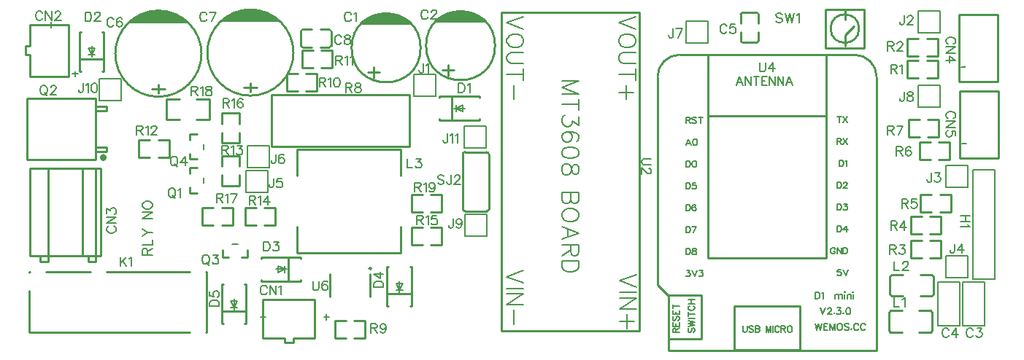
<source format=gto>
G04 Layer: TopSilkLayer*
G04 EasyEDA v6.4.14, 2021-01-13T22:08:33+05:30*
G04 86367838682644779aaaf904656d52d0,3bf0aa112e6740ff84f30f28e6d2add8,10*
G04 Gerber Generator version 0.2*
G04 Scale: 100 percent, Rotated: No, Reflected: No *
G04 Dimensions in millimeters *
G04 leading zeros omitted , absolute positions ,4 integer and 5 decimal *
%FSLAX45Y45*%
%MOMM*%

%ADD15C,0.2032*%
%ADD41C,0.2540*%
%ADD42C,0.2000*%
%ADD43C,0.2030*%
%ADD44C,0.1270*%
%ADD45C,0.2007*%
%ADD46C,0.2500*%
%ADD47C,0.4000*%
%ADD48C,0.1524*%

%LPD*%
D15*
X1567942Y1143000D02*
G01*
X1682495Y1143000D01*
X1567942Y1143000D02*
G01*
X1567942Y1192021D01*
X1573529Y1208531D01*
X1578863Y1213865D01*
X1589786Y1219454D01*
X1600707Y1219454D01*
X1611629Y1213865D01*
X1617218Y1208531D01*
X1622552Y1192021D01*
X1622552Y1143000D01*
X1622552Y1181100D02*
G01*
X1682495Y1219454D01*
X1567942Y1255268D02*
G01*
X1682495Y1255268D01*
X1682495Y1255268D02*
G01*
X1682495Y1320800D01*
X1567942Y1356868D02*
G01*
X1622552Y1400555D01*
X1682495Y1400555D01*
X1567942Y1443989D02*
G01*
X1622552Y1400555D01*
X1567942Y1564131D02*
G01*
X1682495Y1564131D01*
X1567942Y1564131D02*
G01*
X1682495Y1640331D01*
X1567942Y1640331D02*
G01*
X1682495Y1640331D01*
X1567942Y1709165D02*
G01*
X1573529Y1698244D01*
X1584452Y1687321D01*
X1595373Y1681987D01*
X1611629Y1676400D01*
X1638807Y1676400D01*
X1655318Y1681987D01*
X1666239Y1687321D01*
X1677162Y1698244D01*
X1682495Y1709165D01*
X1682495Y1731010D01*
X1677162Y1741931D01*
X1666239Y1752854D01*
X1655318Y1758187D01*
X1638807Y1763776D01*
X1611629Y1763776D01*
X1595373Y1758187D01*
X1584452Y1752854D01*
X1573529Y1741931D01*
X1567942Y1731010D01*
X1567942Y1709165D01*
D48*
X2427300Y1855215D02*
G01*
X2427300Y1746250D01*
X2427300Y1855215D02*
G01*
X2474036Y1855215D01*
X2489530Y1850136D01*
X2494864Y1844802D01*
X2499944Y1834387D01*
X2499944Y1823973D01*
X2494864Y1813560D01*
X2489530Y1808479D01*
X2474036Y1803400D01*
X2427300Y1803400D01*
X2463622Y1803400D02*
G01*
X2499944Y1746250D01*
X2534234Y1834387D02*
G01*
X2544648Y1839721D01*
X2560396Y1855215D01*
X2560396Y1746250D01*
X2667330Y1855215D02*
G01*
X2615260Y1746250D01*
X2594686Y1855215D02*
G01*
X2667330Y1855215D01*
X8724900Y3379215D02*
G01*
X8724900Y3301237D01*
X8729979Y3285744D01*
X8740393Y3275329D01*
X8756141Y3270250D01*
X8766556Y3270250D01*
X8782050Y3275329D01*
X8792463Y3285744D01*
X8797543Y3301237D01*
X8797543Y3379215D01*
X8883904Y3379215D02*
G01*
X8831834Y3306571D01*
X8909811Y3306571D01*
X8883904Y3379215D02*
G01*
X8883904Y3270250D01*
X9372600Y711200D02*
G01*
X9372600Y633476D01*
X9372600Y711200D02*
G01*
X9398508Y711200D01*
X9409429Y707389D01*
X9417050Y700023D01*
X9420606Y692657D01*
X9424415Y681481D01*
X9424415Y662939D01*
X9420606Y652018D01*
X9417050Y644652D01*
X9409429Y637286D01*
X9398508Y633476D01*
X9372600Y633476D01*
X9448800Y696213D02*
G01*
X9456165Y700023D01*
X9467088Y711200D01*
X9467088Y633476D01*
X9605263Y685292D02*
G01*
X9605263Y633476D01*
X9605263Y670560D02*
G01*
X9616440Y681481D01*
X9623806Y685292D01*
X9634981Y685292D01*
X9642347Y681481D01*
X9645904Y670560D01*
X9645904Y633476D01*
X9645904Y670560D02*
G01*
X9657079Y681481D01*
X9664445Y685292D01*
X9675622Y685292D01*
X9682988Y681481D01*
X9686543Y670560D01*
X9686543Y633476D01*
X9710927Y711200D02*
G01*
X9714738Y707389D01*
X9718293Y711200D01*
X9714738Y714755D01*
X9710927Y711200D01*
X9714738Y685292D02*
G01*
X9714738Y633476D01*
X9742677Y685292D02*
G01*
X9742677Y633476D01*
X9742677Y670560D02*
G01*
X9753854Y681481D01*
X9761220Y685292D01*
X9772395Y685292D01*
X9779761Y681481D01*
X9783318Y670560D01*
X9783318Y633476D01*
X9807702Y711200D02*
G01*
X9811511Y707389D01*
X9815322Y711200D01*
X9811511Y714755D01*
X9807702Y711200D01*
X9811511Y685292D02*
G01*
X9811511Y633476D01*
X9429495Y528320D02*
G01*
X9458959Y450595D01*
X9488677Y528320D02*
G01*
X9458959Y450595D01*
X9516618Y509778D02*
G01*
X9516618Y513334D01*
X9520427Y520700D01*
X9523984Y524510D01*
X9531350Y528320D01*
X9546336Y528320D01*
X9553702Y524510D01*
X9557258Y520700D01*
X9561068Y513334D01*
X9561068Y505968D01*
X9557258Y498602D01*
X9549891Y487679D01*
X9513061Y450595D01*
X9564624Y450595D01*
X9592818Y469137D02*
G01*
X9589008Y465328D01*
X9592818Y461771D01*
X9596374Y465328D01*
X9592818Y469137D01*
X9628377Y528320D02*
G01*
X9669018Y528320D01*
X9646665Y498602D01*
X9657841Y498602D01*
X9665208Y495045D01*
X9669018Y491236D01*
X9672574Y480060D01*
X9672574Y472694D01*
X9669018Y461771D01*
X9661397Y454405D01*
X9650475Y450595D01*
X9639300Y450595D01*
X9628377Y454405D01*
X9624568Y457962D01*
X9620758Y465328D01*
X9700768Y469137D02*
G01*
X9696958Y465328D01*
X9700768Y461771D01*
X9704324Y465328D01*
X9700768Y469137D01*
X9750806Y528320D02*
G01*
X9739884Y524510D01*
X9732518Y513334D01*
X9728708Y495045D01*
X9728708Y483870D01*
X9732518Y465328D01*
X9739884Y454405D01*
X9750806Y450595D01*
X9758425Y450595D01*
X9769347Y454405D01*
X9776713Y465328D01*
X9780524Y483870D01*
X9780524Y495045D01*
X9776713Y513334D01*
X9769347Y524510D01*
X9758425Y528320D01*
X9750806Y528320D01*
X9372600Y345439D02*
G01*
X9391141Y267715D01*
X9409429Y345439D02*
G01*
X9391141Y267715D01*
X9409429Y345439D02*
G01*
X9427972Y267715D01*
X9446513Y345439D02*
G01*
X9427972Y267715D01*
X9470897Y345439D02*
G01*
X9470897Y267715D01*
X9470897Y345439D02*
G01*
X9518904Y345439D01*
X9470897Y308355D02*
G01*
X9500361Y308355D01*
X9470897Y267715D02*
G01*
X9518904Y267715D01*
X9543288Y345439D02*
G01*
X9543288Y267715D01*
X9543288Y345439D02*
G01*
X9572752Y267715D01*
X9602470Y345439D02*
G01*
X9572752Y267715D01*
X9602470Y345439D02*
G01*
X9602470Y267715D01*
X9648952Y345439D02*
G01*
X9641586Y341629D01*
X9634220Y334263D01*
X9630409Y326897D01*
X9626854Y315721D01*
X9626854Y297179D01*
X9630409Y286257D01*
X9634220Y278892D01*
X9641586Y271526D01*
X9648952Y267715D01*
X9663684Y267715D01*
X9671050Y271526D01*
X9678415Y278892D01*
X9682225Y286257D01*
X9685781Y297179D01*
X9685781Y315721D01*
X9682225Y326897D01*
X9678415Y334263D01*
X9671050Y341629D01*
X9663684Y345439D01*
X9648952Y345439D01*
X9761981Y334263D02*
G01*
X9754615Y341629D01*
X9743440Y345439D01*
X9728708Y345439D01*
X9717786Y341629D01*
X9710165Y334263D01*
X9710165Y326897D01*
X9713975Y319531D01*
X9717786Y315721D01*
X9725152Y312165D01*
X9747250Y304800D01*
X9754615Y300989D01*
X9758425Y297179D01*
X9761981Y289813D01*
X9761981Y278892D01*
X9754615Y271526D01*
X9743440Y267715D01*
X9728708Y267715D01*
X9717786Y271526D01*
X9710165Y278892D01*
X9790175Y286257D02*
G01*
X9786365Y282447D01*
X9790175Y278892D01*
X9793731Y282447D01*
X9790175Y286257D01*
X9873488Y326897D02*
G01*
X9869931Y334263D01*
X9862565Y341629D01*
X9855200Y345439D01*
X9840213Y345439D01*
X9832847Y341629D01*
X9825481Y334263D01*
X9821925Y326897D01*
X9818115Y315721D01*
X9818115Y297179D01*
X9821925Y286257D01*
X9825481Y278892D01*
X9832847Y271526D01*
X9840213Y267715D01*
X9855200Y267715D01*
X9862565Y271526D01*
X9869931Y278892D01*
X9873488Y286257D01*
X9953497Y326897D02*
G01*
X9949688Y334263D01*
X9942322Y341629D01*
X9934956Y345439D01*
X9920224Y345439D01*
X9912858Y341629D01*
X9905238Y334263D01*
X9901681Y326897D01*
X9897872Y315721D01*
X9897872Y297179D01*
X9901681Y286257D01*
X9905238Y278892D01*
X9912858Y271526D01*
X9920224Y267715D01*
X9934956Y267715D01*
X9942322Y271526D01*
X9949688Y278892D01*
X9953497Y286257D01*
X7874000Y2742184D02*
G01*
X7874000Y2669286D01*
X7874000Y2742184D02*
G01*
X7905241Y2742184D01*
X7915656Y2738628D01*
X7918958Y2735071D01*
X7922513Y2728213D01*
X7922513Y2721355D01*
X7918958Y2714497D01*
X7915656Y2710942D01*
X7905241Y2707386D01*
X7874000Y2707386D01*
X7898129Y2707386D02*
G01*
X7922513Y2669286D01*
X7993888Y2731770D02*
G01*
X7987029Y2738628D01*
X7976615Y2742184D01*
X7962645Y2742184D01*
X7952231Y2738628D01*
X7945374Y2731770D01*
X7945374Y2724657D01*
X7948929Y2717800D01*
X7952231Y2714497D01*
X7959090Y2710942D01*
X7979918Y2704084D01*
X7987029Y2700528D01*
X7990331Y2696971D01*
X7993888Y2690113D01*
X7993888Y2679700D01*
X7987029Y2672842D01*
X7976615Y2669286D01*
X7962645Y2669286D01*
X7952231Y2672842D01*
X7945374Y2679700D01*
X8040877Y2742184D02*
G01*
X8040877Y2669286D01*
X8016747Y2742184D02*
G01*
X8065261Y2742184D01*
X7901686Y2488184D02*
G01*
X7874000Y2415286D01*
X7901686Y2488184D02*
G01*
X7929372Y2415286D01*
X7884413Y2439670D02*
G01*
X7918958Y2439670D01*
X7973059Y2488184D02*
G01*
X7962645Y2484628D01*
X7955788Y2474213D01*
X7952231Y2456942D01*
X7952231Y2446528D01*
X7955788Y2429255D01*
X7962645Y2418842D01*
X7973059Y2415286D01*
X7979918Y2415286D01*
X7990331Y2418842D01*
X7997190Y2429255D01*
X8000745Y2446528D01*
X8000745Y2456942D01*
X7997190Y2474213D01*
X7990331Y2484628D01*
X7979918Y2488184D01*
X7973059Y2488184D01*
X7874000Y2234184D02*
G01*
X7874000Y2161286D01*
X7874000Y2234184D02*
G01*
X7898129Y2234184D01*
X7908543Y2230628D01*
X7915656Y2223770D01*
X7918958Y2216657D01*
X7922513Y2206497D01*
X7922513Y2188971D01*
X7918958Y2178557D01*
X7915656Y2171700D01*
X7908543Y2164842D01*
X7898129Y2161286D01*
X7874000Y2161286D01*
X7966202Y2234184D02*
G01*
X7955788Y2230628D01*
X7948929Y2220213D01*
X7945374Y2202942D01*
X7945374Y2192528D01*
X7948929Y2175255D01*
X7955788Y2164842D01*
X7966202Y2161286D01*
X7973059Y2161286D01*
X7983474Y2164842D01*
X7990331Y2175255D01*
X7993888Y2192528D01*
X7993888Y2202942D01*
X7990331Y2220213D01*
X7983474Y2230628D01*
X7973059Y2234184D01*
X7966202Y2234184D01*
X7874000Y1980184D02*
G01*
X7874000Y1907286D01*
X7874000Y1980184D02*
G01*
X7898129Y1980184D01*
X7908543Y1976628D01*
X7915656Y1969770D01*
X7918958Y1962657D01*
X7922513Y1952497D01*
X7922513Y1934971D01*
X7918958Y1924557D01*
X7915656Y1917700D01*
X7908543Y1910842D01*
X7898129Y1907286D01*
X7874000Y1907286D01*
X7987029Y1980184D02*
G01*
X7952231Y1980184D01*
X7948929Y1948942D01*
X7952231Y1952497D01*
X7962645Y1955800D01*
X7973059Y1955800D01*
X7983474Y1952497D01*
X7990331Y1945386D01*
X7993888Y1934971D01*
X7993888Y1928113D01*
X7990331Y1917700D01*
X7983474Y1910842D01*
X7973059Y1907286D01*
X7962645Y1907286D01*
X7952231Y1910842D01*
X7948929Y1914397D01*
X7945374Y1921255D01*
X7874000Y1726184D02*
G01*
X7874000Y1653286D01*
X7874000Y1726184D02*
G01*
X7898129Y1726184D01*
X7908543Y1722628D01*
X7915656Y1715770D01*
X7918958Y1708657D01*
X7922513Y1698497D01*
X7922513Y1680971D01*
X7918958Y1670557D01*
X7915656Y1663700D01*
X7908543Y1656842D01*
X7898129Y1653286D01*
X7874000Y1653286D01*
X7987029Y1715770D02*
G01*
X7983474Y1722628D01*
X7973059Y1726184D01*
X7966202Y1726184D01*
X7955788Y1722628D01*
X7948929Y1712213D01*
X7945374Y1694942D01*
X7945374Y1677670D01*
X7948929Y1663700D01*
X7955788Y1656842D01*
X7966202Y1653286D01*
X7969504Y1653286D01*
X7979918Y1656842D01*
X7987029Y1663700D01*
X7990331Y1674113D01*
X7990331Y1677670D01*
X7987029Y1688084D01*
X7979918Y1694942D01*
X7969504Y1698497D01*
X7966202Y1698497D01*
X7955788Y1694942D01*
X7948929Y1688084D01*
X7945374Y1677670D01*
X7874000Y1472184D02*
G01*
X7874000Y1399286D01*
X7874000Y1472184D02*
G01*
X7898129Y1472184D01*
X7908543Y1468628D01*
X7915656Y1461770D01*
X7918958Y1454657D01*
X7922513Y1444497D01*
X7922513Y1426971D01*
X7918958Y1416557D01*
X7915656Y1409700D01*
X7908543Y1402842D01*
X7898129Y1399286D01*
X7874000Y1399286D01*
X7993888Y1472184D02*
G01*
X7959090Y1399286D01*
X7945374Y1472184D02*
G01*
X7993888Y1472184D01*
X7874000Y1218184D02*
G01*
X7874000Y1145286D01*
X7874000Y1218184D02*
G01*
X7898129Y1218184D01*
X7908543Y1214628D01*
X7915656Y1207770D01*
X7918958Y1200657D01*
X7922513Y1190497D01*
X7922513Y1172971D01*
X7918958Y1162557D01*
X7915656Y1155700D01*
X7908543Y1148842D01*
X7898129Y1145286D01*
X7874000Y1145286D01*
X7962645Y1218184D02*
G01*
X7952231Y1214628D01*
X7948929Y1207770D01*
X7948929Y1200657D01*
X7952231Y1193800D01*
X7959090Y1190497D01*
X7973059Y1186942D01*
X7983474Y1183386D01*
X7990331Y1176528D01*
X7993888Y1169670D01*
X7993888Y1159255D01*
X7990331Y1152397D01*
X7987029Y1148842D01*
X7976615Y1145286D01*
X7962645Y1145286D01*
X7952231Y1148842D01*
X7948929Y1152397D01*
X7945374Y1159255D01*
X7945374Y1169670D01*
X7948929Y1176528D01*
X7955788Y1183386D01*
X7966202Y1186942D01*
X7979918Y1190497D01*
X7987029Y1193800D01*
X7990331Y1200657D01*
X7990331Y1207770D01*
X7987029Y1214628D01*
X7976615Y1218184D01*
X7962645Y1218184D01*
X7880858Y964184D02*
G01*
X7918958Y964184D01*
X7898129Y936497D01*
X7908543Y936497D01*
X7915656Y932942D01*
X7918958Y929386D01*
X7922513Y918971D01*
X7922513Y912113D01*
X7918958Y901700D01*
X7912100Y894842D01*
X7901686Y891286D01*
X7891272Y891286D01*
X7880858Y894842D01*
X7877556Y898397D01*
X7874000Y905255D01*
X7945374Y964184D02*
G01*
X7973059Y891286D01*
X8000745Y964184D02*
G01*
X7973059Y891286D01*
X8030463Y964184D02*
G01*
X8068563Y964184D01*
X8047990Y936497D01*
X8058150Y936497D01*
X8065261Y932942D01*
X8068563Y929386D01*
X8072120Y918971D01*
X8072120Y912113D01*
X8068563Y901700D01*
X8061706Y894842D01*
X8051291Y891286D01*
X8040877Y891286D01*
X8030463Y894842D01*
X8027161Y898397D01*
X8023606Y905255D01*
X9668256Y973328D02*
G01*
X9633458Y973328D01*
X9630156Y942086D01*
X9633458Y945642D01*
X9643872Y948944D01*
X9654286Y948944D01*
X9664700Y945642D01*
X9671558Y938529D01*
X9675113Y928115D01*
X9675113Y921257D01*
X9671558Y910844D01*
X9664700Y903986D01*
X9654286Y900429D01*
X9643872Y900429D01*
X9633458Y903986D01*
X9630156Y907542D01*
X9626600Y914400D01*
X9697974Y973328D02*
G01*
X9725659Y900429D01*
X9753345Y973328D02*
G01*
X9725659Y900429D01*
X9602470Y1209802D02*
G01*
X9598913Y1216913D01*
X9592056Y1223771D01*
X9584943Y1227328D01*
X9571227Y1227328D01*
X9564370Y1223771D01*
X9557258Y1216913D01*
X9553956Y1209802D01*
X9550400Y1199642D01*
X9550400Y1182115D01*
X9553956Y1171702D01*
X9557258Y1164844D01*
X9564370Y1157986D01*
X9571227Y1154429D01*
X9584943Y1154429D01*
X9592056Y1157986D01*
X9598913Y1164844D01*
X9602470Y1171702D01*
X9602470Y1182115D01*
X9584943Y1182115D02*
G01*
X9602470Y1182115D01*
X9625329Y1227328D02*
G01*
X9625329Y1154429D01*
X9625329Y1227328D02*
G01*
X9673590Y1154429D01*
X9673590Y1227328D02*
G01*
X9673590Y1154429D01*
X9696450Y1227328D02*
G01*
X9696450Y1154429D01*
X9696450Y1227328D02*
G01*
X9720834Y1227328D01*
X9731247Y1223771D01*
X9738106Y1216913D01*
X9741661Y1209802D01*
X9744963Y1199642D01*
X9744963Y1182115D01*
X9741661Y1171702D01*
X9738106Y1164844D01*
X9731247Y1157986D01*
X9720834Y1154429D01*
X9696450Y1154429D01*
X9626600Y1481328D02*
G01*
X9626600Y1408429D01*
X9626600Y1481328D02*
G01*
X9650729Y1481328D01*
X9661143Y1477771D01*
X9668256Y1470913D01*
X9671558Y1463802D01*
X9675113Y1453642D01*
X9675113Y1436115D01*
X9671558Y1425702D01*
X9668256Y1418844D01*
X9661143Y1411986D01*
X9650729Y1408429D01*
X9626600Y1408429D01*
X9732518Y1481328D02*
G01*
X9697974Y1432813D01*
X9749790Y1432813D01*
X9732518Y1481328D02*
G01*
X9732518Y1408429D01*
X9626600Y1735328D02*
G01*
X9626600Y1662429D01*
X9626600Y1735328D02*
G01*
X9650729Y1735328D01*
X9661143Y1731771D01*
X9668256Y1724913D01*
X9671558Y1717802D01*
X9675113Y1707642D01*
X9675113Y1690115D01*
X9671558Y1679702D01*
X9668256Y1672844D01*
X9661143Y1665986D01*
X9650729Y1662429D01*
X9626600Y1662429D01*
X9704831Y1735328D02*
G01*
X9742931Y1735328D01*
X9722104Y1707642D01*
X9732518Y1707642D01*
X9739629Y1704086D01*
X9742931Y1700529D01*
X9746488Y1690115D01*
X9746488Y1683257D01*
X9742931Y1672844D01*
X9736074Y1665986D01*
X9725659Y1662429D01*
X9715245Y1662429D01*
X9704831Y1665986D01*
X9701529Y1669542D01*
X9697974Y1676400D01*
X9626600Y1989328D02*
G01*
X9626600Y1916429D01*
X9626600Y1989328D02*
G01*
X9650729Y1989328D01*
X9661143Y1985771D01*
X9668256Y1978913D01*
X9671558Y1971802D01*
X9675113Y1961642D01*
X9675113Y1944115D01*
X9671558Y1933702D01*
X9668256Y1926844D01*
X9661143Y1919986D01*
X9650729Y1916429D01*
X9626600Y1916429D01*
X9701529Y1971802D02*
G01*
X9701529Y1975357D01*
X9704831Y1982215D01*
X9708388Y1985771D01*
X9715245Y1989328D01*
X9729215Y1989328D01*
X9736074Y1985771D01*
X9739629Y1982215D01*
X9742931Y1975357D01*
X9742931Y1968500D01*
X9739629Y1961642D01*
X9732518Y1951228D01*
X9697974Y1916429D01*
X9746488Y1916429D01*
X9652000Y2243328D02*
G01*
X9652000Y2170429D01*
X9652000Y2243328D02*
G01*
X9676129Y2243328D01*
X9686543Y2239771D01*
X9693656Y2232913D01*
X9696958Y2225802D01*
X9700513Y2215642D01*
X9700513Y2198115D01*
X9696958Y2187702D01*
X9693656Y2180844D01*
X9686543Y2173986D01*
X9676129Y2170429D01*
X9652000Y2170429D01*
X9723374Y2229357D02*
G01*
X9730231Y2232913D01*
X9740645Y2243328D01*
X9740645Y2170429D01*
X9626600Y2497328D02*
G01*
X9626600Y2424429D01*
X9626600Y2497328D02*
G01*
X9657841Y2497328D01*
X9668256Y2493771D01*
X9671558Y2490215D01*
X9675113Y2483357D01*
X9675113Y2476500D01*
X9671558Y2469642D01*
X9668256Y2466086D01*
X9657841Y2462529D01*
X9626600Y2462529D01*
X9650729Y2462529D02*
G01*
X9675113Y2424429D01*
X9697974Y2497328D02*
G01*
X9746488Y2424429D01*
X9746488Y2497328D02*
G01*
X9697974Y2424429D01*
X9650729Y2751328D02*
G01*
X9650729Y2678429D01*
X9626600Y2751328D02*
G01*
X9675113Y2751328D01*
X9697974Y2751328D02*
G01*
X9746488Y2678429D01*
X9746488Y2751328D02*
G01*
X9697974Y2678429D01*
X8495029Y3213100D02*
G01*
X8458200Y3116071D01*
X8495029Y3213100D02*
G01*
X8532113Y3116071D01*
X8472170Y3148584D02*
G01*
X8518143Y3148584D01*
X8562593Y3213100D02*
G01*
X8562593Y3116071D01*
X8562593Y3213100D02*
G01*
X8627109Y3116071D01*
X8627109Y3213100D02*
G01*
X8627109Y3116071D01*
X8690102Y3213100D02*
G01*
X8690102Y3116071D01*
X8657590Y3213100D02*
G01*
X8722359Y3213100D01*
X8752840Y3213100D02*
G01*
X8752840Y3116071D01*
X8752840Y3213100D02*
G01*
X8812784Y3213100D01*
X8752840Y3166871D02*
G01*
X8789670Y3166871D01*
X8752840Y3116071D02*
G01*
X8812784Y3116071D01*
X8843263Y3213100D02*
G01*
X8843263Y3116071D01*
X8843263Y3213100D02*
G01*
X8908034Y3116071D01*
X8908034Y3213100D02*
G01*
X8908034Y3116071D01*
X8938513Y3213100D02*
G01*
X8938513Y3116071D01*
X8938513Y3213100D02*
G01*
X9003029Y3116071D01*
X9003029Y3213100D02*
G01*
X9003029Y3116071D01*
X9070593Y3213100D02*
G01*
X9033509Y3116071D01*
X9070593Y3213100D02*
G01*
X9107424Y3116071D01*
X9047479Y3148584D02*
G01*
X9093708Y3148584D01*
X8534400Y317500D02*
G01*
X8534400Y265429D01*
X8537956Y255015D01*
X8544813Y248157D01*
X8555227Y244602D01*
X8562086Y244602D01*
X8572500Y248157D01*
X8579358Y255015D01*
X8582913Y265429D01*
X8582913Y317500D01*
X8654288Y307086D02*
G01*
X8647429Y313944D01*
X8637015Y317500D01*
X8623045Y317500D01*
X8612631Y313944D01*
X8605774Y307086D01*
X8605774Y299973D01*
X8609329Y293115D01*
X8612631Y289813D01*
X8619490Y286257D01*
X8640318Y279400D01*
X8647429Y275844D01*
X8650731Y272287D01*
X8654288Y265429D01*
X8654288Y255015D01*
X8647429Y248157D01*
X8637015Y244602D01*
X8623045Y244602D01*
X8612631Y248157D01*
X8605774Y255015D01*
X8677147Y317500D02*
G01*
X8677147Y244602D01*
X8677147Y317500D02*
G01*
X8708390Y317500D01*
X8718550Y313944D01*
X8722106Y310387D01*
X8725661Y303529D01*
X8725661Y296671D01*
X8722106Y289813D01*
X8718550Y286257D01*
X8708390Y282702D01*
X8677147Y282702D02*
G01*
X8708390Y282702D01*
X8718550Y279400D01*
X8722106Y275844D01*
X8725661Y268986D01*
X8725661Y258571D01*
X8722106Y251713D01*
X8718550Y248157D01*
X8708390Y244602D01*
X8677147Y244602D01*
X8801861Y317500D02*
G01*
X8801861Y244602D01*
X8801861Y317500D02*
G01*
X8829547Y244602D01*
X8857234Y317500D02*
G01*
X8829547Y244602D01*
X8857234Y317500D02*
G01*
X8857234Y244602D01*
X8880093Y317500D02*
G01*
X8880093Y244602D01*
X8954770Y299973D02*
G01*
X8951468Y307086D01*
X8944609Y313944D01*
X8937497Y317500D01*
X8923781Y317500D01*
X8916670Y313944D01*
X8909811Y307086D01*
X8906509Y299973D01*
X8902954Y289813D01*
X8902954Y272287D01*
X8906509Y261873D01*
X8909811Y255015D01*
X8916670Y248157D01*
X8923781Y244602D01*
X8937497Y244602D01*
X8944609Y248157D01*
X8951468Y255015D01*
X8954770Y261873D01*
X8977629Y317500D02*
G01*
X8977629Y244602D01*
X8977629Y317500D02*
G01*
X9008872Y317500D01*
X9019286Y313944D01*
X9022841Y310387D01*
X9026143Y303529D01*
X9026143Y296671D01*
X9022841Y289813D01*
X9019286Y286257D01*
X9008872Y282702D01*
X8977629Y282702D01*
X9002013Y282702D02*
G01*
X9026143Y244602D01*
X9069831Y317500D02*
G01*
X9062974Y313944D01*
X9056115Y307086D01*
X9052559Y299973D01*
X9049004Y289813D01*
X9049004Y272287D01*
X9052559Y261873D01*
X9056115Y255015D01*
X9062974Y248157D01*
X9069831Y244602D01*
X9083802Y244602D01*
X9090659Y248157D01*
X9097518Y255015D01*
X9101074Y261873D01*
X9104629Y272287D01*
X9104629Y289813D01*
X9101074Y299973D01*
X9097518Y307086D01*
X9090659Y313944D01*
X9083802Y317500D01*
X9069831Y317500D01*
X7721600Y241300D02*
G01*
X7794497Y241300D01*
X7721600Y241300D02*
G01*
X7721600Y272542D01*
X7725156Y282955D01*
X7728711Y286257D01*
X7735570Y289813D01*
X7742427Y289813D01*
X7749286Y286257D01*
X7752841Y282955D01*
X7756397Y272542D01*
X7756397Y241300D01*
X7756397Y265429D02*
G01*
X7794497Y289813D01*
X7721600Y312673D02*
G01*
X7794497Y312673D01*
X7721600Y312673D02*
G01*
X7721600Y357631D01*
X7756397Y312673D02*
G01*
X7756397Y340360D01*
X7794497Y312673D02*
G01*
X7794497Y357631D01*
X7732013Y429005D02*
G01*
X7725156Y422147D01*
X7721600Y411734D01*
X7721600Y397763D01*
X7725156Y387350D01*
X7732013Y380492D01*
X7739125Y380492D01*
X7745984Y384047D01*
X7749286Y387350D01*
X7752841Y394462D01*
X7759700Y415289D01*
X7763256Y422147D01*
X7766811Y425450D01*
X7773670Y429005D01*
X7784084Y429005D01*
X7790941Y422147D01*
X7794497Y411734D01*
X7794497Y397763D01*
X7790941Y387350D01*
X7784084Y380492D01*
X7721600Y451865D02*
G01*
X7794497Y451865D01*
X7721600Y451865D02*
G01*
X7721600Y496823D01*
X7756397Y451865D02*
G01*
X7756397Y479552D01*
X7794497Y451865D02*
G01*
X7794497Y496823D01*
X7721600Y544068D02*
G01*
X7794497Y544068D01*
X7721600Y519684D02*
G01*
X7721600Y568197D01*
X7909813Y289813D02*
G01*
X7902956Y282955D01*
X7899400Y272542D01*
X7899400Y258571D01*
X7902956Y248157D01*
X7909813Y241300D01*
X7916925Y241300D01*
X7923784Y244855D01*
X7927086Y248157D01*
X7930641Y255270D01*
X7937500Y275844D01*
X7941056Y282955D01*
X7944611Y286257D01*
X7951470Y289813D01*
X7961884Y289813D01*
X7968741Y282955D01*
X7972297Y272542D01*
X7972297Y258571D01*
X7968741Y248157D01*
X7961884Y241300D01*
X7899400Y312673D02*
G01*
X7972297Y329945D01*
X7899400Y347218D02*
G01*
X7972297Y329945D01*
X7899400Y347218D02*
G01*
X7972297Y364489D01*
X7899400Y382015D02*
G01*
X7972297Y364489D01*
X7899400Y404876D02*
G01*
X7972297Y404876D01*
X7899400Y451865D02*
G01*
X7972297Y451865D01*
X7899400Y427736D02*
G01*
X7899400Y476250D01*
X7916925Y550926D02*
G01*
X7909813Y547370D01*
X7902956Y540512D01*
X7899400Y533654D01*
X7899400Y519684D01*
X7902956Y512826D01*
X7909813Y505968D01*
X7916925Y502412D01*
X7927086Y499110D01*
X7944611Y499110D01*
X7955025Y502412D01*
X7961884Y505968D01*
X7968741Y512826D01*
X7972297Y519684D01*
X7972297Y533654D01*
X7968741Y540512D01*
X7961884Y547370D01*
X7955025Y550926D01*
X7899400Y573786D02*
G01*
X7972297Y573786D01*
X7899400Y622300D02*
G01*
X7972297Y622300D01*
X7934197Y573786D02*
G01*
X7934197Y622300D01*
X3619500Y3201415D02*
G01*
X3619500Y3092450D01*
X3619500Y3201415D02*
G01*
X3666236Y3201415D01*
X3681729Y3196336D01*
X3687063Y3191002D01*
X3692143Y3180587D01*
X3692143Y3170173D01*
X3687063Y3159760D01*
X3681729Y3154679D01*
X3666236Y3149600D01*
X3619500Y3149600D01*
X3655822Y3149600D02*
G01*
X3692143Y3092450D01*
X3726434Y3180587D02*
G01*
X3736847Y3185921D01*
X3752595Y3201415D01*
X3752595Y3092450D01*
X3817874Y3201415D02*
G01*
X3802379Y3196336D01*
X3791965Y3180587D01*
X3786886Y3154679D01*
X3786886Y3139186D01*
X3791965Y3113023D01*
X3802379Y3097529D01*
X3817874Y3092450D01*
X3828288Y3092450D01*
X3844036Y3097529D01*
X3854450Y3113023D01*
X3859529Y3139186D01*
X3859529Y3154679D01*
X3854450Y3180587D01*
X3844036Y3196336D01*
X3828288Y3201415D01*
X3817874Y3201415D01*
X1923531Y2287015D02*
G01*
X1913117Y2281936D01*
X1902703Y2271521D01*
X1897369Y2261107D01*
X1892289Y2245360D01*
X1892289Y2219452D01*
X1897369Y2203957D01*
X1902703Y2193544D01*
X1913117Y2183129D01*
X1923531Y2178050D01*
X1944359Y2178050D01*
X1954519Y2183129D01*
X1964933Y2193544D01*
X1970267Y2203957D01*
X1975347Y2219452D01*
X1975347Y2245360D01*
X1970267Y2261107D01*
X1964933Y2271521D01*
X1954519Y2281936D01*
X1944359Y2287015D01*
X1923531Y2287015D01*
X1939025Y2198623D02*
G01*
X1970267Y2167636D01*
X2061707Y2287015D02*
G01*
X2009637Y2214371D01*
X2087615Y2214371D01*
X2061707Y2287015D02*
G01*
X2061707Y2178050D01*
X7468615Y2260600D02*
G01*
X7390638Y2260600D01*
X7375143Y2255520D01*
X7364729Y2245105D01*
X7359650Y2229357D01*
X7359650Y2218944D01*
X7364729Y2203450D01*
X7375143Y2193036D01*
X7390638Y2187955D01*
X7468615Y2187955D01*
X7442708Y2148331D02*
G01*
X7447788Y2148331D01*
X7458202Y2143252D01*
X7463536Y2137918D01*
X7468615Y2127504D01*
X7468615Y2106929D01*
X7463536Y2096515D01*
X7458202Y2091181D01*
X7447788Y2086102D01*
X7437374Y2086102D01*
X7426959Y2091181D01*
X7411465Y2101595D01*
X7359650Y2153665D01*
X7359650Y2080768D01*
D15*
X7288784Y3912362D02*
G01*
X7094727Y3838447D01*
X7288784Y3764534D02*
G01*
X7094727Y3838447D01*
X7288784Y3648202D02*
G01*
X7279386Y3666744D01*
X7261097Y3685286D01*
X7242556Y3694429D01*
X7214870Y3703573D01*
X7168641Y3703573D01*
X7140956Y3694429D01*
X7122413Y3685286D01*
X7104125Y3666744D01*
X7094727Y3648202D01*
X7094727Y3611371D01*
X7104125Y3592829D01*
X7122413Y3574287D01*
X7140956Y3565144D01*
X7168641Y3556000D01*
X7214870Y3556000D01*
X7242556Y3565144D01*
X7261097Y3574287D01*
X7279386Y3592829D01*
X7288784Y3611371D01*
X7288784Y3648202D01*
X7288784Y3495039D02*
G01*
X7150100Y3495039D01*
X7122413Y3485642D01*
X7104125Y3467100D01*
X7094727Y3439413D01*
X7094727Y3421126D01*
X7104125Y3393439D01*
X7122413Y3374897D01*
X7150100Y3365500D01*
X7288784Y3365500D01*
X7288784Y3240023D02*
G01*
X7094727Y3240023D01*
X7288784Y3304539D02*
G01*
X7288784Y3175254D01*
X7261097Y3031236D02*
G01*
X7094727Y3031236D01*
X7177786Y3114294D02*
G01*
X7177786Y2948178D01*
X5988811Y3912362D02*
G01*
X5794756Y3838447D01*
X5988811Y3764534D02*
G01*
X5794756Y3838447D01*
X5988811Y3648202D02*
G01*
X5979413Y3666744D01*
X5961125Y3685286D01*
X5942584Y3694429D01*
X5914897Y3703573D01*
X5868670Y3703573D01*
X5840984Y3694429D01*
X5822441Y3685286D01*
X5803900Y3666744D01*
X5794756Y3648202D01*
X5794756Y3611371D01*
X5803900Y3592829D01*
X5822441Y3574287D01*
X5840984Y3565144D01*
X5868670Y3556000D01*
X5914897Y3556000D01*
X5942584Y3565144D01*
X5961125Y3574287D01*
X5979413Y3592829D01*
X5988811Y3611371D01*
X5988811Y3648202D01*
X5988811Y3495039D02*
G01*
X5850127Y3495039D01*
X5822441Y3485642D01*
X5803900Y3467100D01*
X5794756Y3439413D01*
X5794756Y3421126D01*
X5803900Y3393439D01*
X5822441Y3374897D01*
X5850127Y3365500D01*
X5988811Y3365500D01*
X5988811Y3240023D02*
G01*
X5794756Y3240023D01*
X5988811Y3304539D02*
G01*
X5988811Y3175254D01*
X5877813Y3114294D02*
G01*
X5877813Y2948178D01*
X7299197Y914400D02*
G01*
X7105141Y840486D01*
X7299197Y766571D02*
G01*
X7105141Y840486D01*
X7299197Y705612D02*
G01*
X7105141Y705612D01*
X7299197Y644652D02*
G01*
X7105141Y644652D01*
X7299197Y644652D02*
G01*
X7105141Y515365D01*
X7299197Y515365D02*
G01*
X7105141Y515365D01*
X7271511Y371347D02*
G01*
X7105141Y371347D01*
X7188200Y454405D02*
G01*
X7188200Y288289D01*
X5988811Y962405D02*
G01*
X5794756Y888492D01*
X5988811Y814578D02*
G01*
X5794756Y888492D01*
X5988811Y753618D02*
G01*
X5794756Y753618D01*
X5988811Y692657D02*
G01*
X5794756Y692657D01*
X5988811Y692657D02*
G01*
X5794756Y563371D01*
X5988811Y563371D02*
G01*
X5794756Y563371D01*
X5877813Y502412D02*
G01*
X5877813Y336295D01*
X6627901Y3162404D02*
G01*
X6434099Y3162404D01*
X6627901Y3162404D02*
G01*
X6434099Y3088490D01*
X6627901Y3014576D02*
G01*
X6434099Y3088490D01*
X6627901Y3014576D02*
G01*
X6434099Y3014576D01*
X6627901Y2889100D02*
G01*
X6434099Y2889100D01*
X6627901Y2953616D02*
G01*
X6627901Y2824330D01*
X6627901Y2745082D02*
G01*
X6627901Y2643482D01*
X6554241Y2698854D01*
X6554241Y2671168D01*
X6544843Y2652626D01*
X6535699Y2643482D01*
X6508013Y2634084D01*
X6489471Y2634084D01*
X6461785Y2643482D01*
X6443243Y2661770D01*
X6434099Y2689456D01*
X6434099Y2717142D01*
X6443243Y2745082D01*
X6452641Y2754226D01*
X6470929Y2763370D01*
X6600215Y2462380D02*
G01*
X6618757Y2471524D01*
X6627901Y2499210D01*
X6627901Y2517752D01*
X6618757Y2545438D01*
X6591071Y2563980D01*
X6544843Y2573124D01*
X6498615Y2573124D01*
X6461785Y2563980D01*
X6443243Y2545438D01*
X6434099Y2517752D01*
X6434099Y2508608D01*
X6443243Y2480922D01*
X6461785Y2462380D01*
X6489471Y2452982D01*
X6498615Y2452982D01*
X6526301Y2462380D01*
X6544843Y2480922D01*
X6554241Y2508608D01*
X6554241Y2517752D01*
X6544843Y2545438D01*
X6526301Y2563980D01*
X6498615Y2573124D01*
X6627901Y2336650D02*
G01*
X6618757Y2364336D01*
X6591071Y2382878D01*
X6544843Y2392022D01*
X6517157Y2392022D01*
X6470929Y2382878D01*
X6443243Y2364336D01*
X6434099Y2336650D01*
X6434099Y2318362D01*
X6443243Y2290422D01*
X6470929Y2272134D01*
X6517157Y2262736D01*
X6544843Y2262736D01*
X6591071Y2272134D01*
X6618757Y2290422D01*
X6627901Y2318362D01*
X6627901Y2336650D01*
X6627901Y2155802D02*
G01*
X6618757Y2183488D01*
X6600215Y2192632D01*
X6581927Y2192632D01*
X6563385Y2183488D01*
X6554241Y2164946D01*
X6544843Y2127862D01*
X6535699Y2100176D01*
X6517157Y2081888D01*
X6498615Y2072490D01*
X6470929Y2072490D01*
X6452641Y2081888D01*
X6443243Y2091032D01*
X6434099Y2118718D01*
X6434099Y2155802D01*
X6443243Y2183488D01*
X6452641Y2192632D01*
X6470929Y2201776D01*
X6498615Y2201776D01*
X6517157Y2192632D01*
X6535699Y2174090D01*
X6544843Y2146404D01*
X6554241Y2109574D01*
X6563385Y2091032D01*
X6581927Y2081888D01*
X6600215Y2081888D01*
X6618757Y2091032D01*
X6627901Y2118718D01*
X6627901Y2155802D01*
X6627901Y1869290D02*
G01*
X6434099Y1869290D01*
X6627901Y1869290D02*
G01*
X6627901Y1786232D01*
X6618757Y1758546D01*
X6609613Y1749402D01*
X6591071Y1740004D01*
X6572529Y1740004D01*
X6554241Y1749402D01*
X6544843Y1758546D01*
X6535699Y1786232D01*
X6535699Y1869290D02*
G01*
X6535699Y1786232D01*
X6526301Y1758546D01*
X6517157Y1749402D01*
X6498615Y1740004D01*
X6470929Y1740004D01*
X6452641Y1749402D01*
X6443243Y1758546D01*
X6434099Y1786232D01*
X6434099Y1869290D01*
X6627901Y1623672D02*
G01*
X6618757Y1642214D01*
X6600215Y1660502D01*
X6581927Y1669900D01*
X6554241Y1679044D01*
X6508013Y1679044D01*
X6480327Y1669900D01*
X6461785Y1660502D01*
X6443243Y1642214D01*
X6434099Y1623672D01*
X6434099Y1586842D01*
X6443243Y1568300D01*
X6461785Y1549758D01*
X6480327Y1540614D01*
X6508013Y1531216D01*
X6554241Y1531216D01*
X6581927Y1540614D01*
X6600215Y1549758D01*
X6618757Y1568300D01*
X6627901Y1586842D01*
X6627901Y1623672D01*
X6627901Y1396342D02*
G01*
X6434099Y1470256D01*
X6627901Y1396342D02*
G01*
X6434099Y1322682D01*
X6498615Y1442570D02*
G01*
X6498615Y1350368D01*
X6627901Y1261722D02*
G01*
X6434099Y1261722D01*
X6627901Y1261722D02*
G01*
X6627901Y1178410D01*
X6618757Y1150724D01*
X6609613Y1141580D01*
X6591071Y1132182D01*
X6572529Y1132182D01*
X6554241Y1141580D01*
X6544843Y1150724D01*
X6535699Y1178410D01*
X6535699Y1261722D01*
X6535699Y1196952D02*
G01*
X6434099Y1132182D01*
X6627901Y1071222D02*
G01*
X6434099Y1071222D01*
X6627901Y1071222D02*
G01*
X6627901Y1006706D01*
X6618757Y979020D01*
X6600215Y960478D01*
X6581927Y951334D01*
X6554241Y941936D01*
X6508013Y941936D01*
X6480327Y951334D01*
X6461785Y960478D01*
X6443243Y979020D01*
X6434099Y1006706D01*
X6434099Y1071222D01*
D48*
X10287012Y648715D02*
G01*
X10287012Y539750D01*
X10287012Y539750D02*
G01*
X10349242Y539750D01*
X10383532Y627887D02*
G01*
X10393946Y633221D01*
X10409694Y648715D01*
X10409694Y539750D01*
X10287012Y1067815D02*
G01*
X10287012Y958850D01*
X10287012Y958850D02*
G01*
X10349242Y958850D01*
X10388866Y1041907D02*
G01*
X10388866Y1046987D01*
X10393946Y1057402D01*
X10399280Y1062736D01*
X10409694Y1067815D01*
X10430522Y1067815D01*
X10440682Y1062736D01*
X10446016Y1057402D01*
X10451096Y1046987D01*
X10451096Y1036573D01*
X10446016Y1026160D01*
X10435602Y1010665D01*
X10383532Y958850D01*
X10456430Y958850D01*
X3924307Y3137915D02*
G01*
X3924307Y3028950D01*
X3924307Y3137915D02*
G01*
X3971043Y3137915D01*
X3986537Y3132836D01*
X3991871Y3127502D01*
X3996951Y3117087D01*
X3996951Y3106673D01*
X3991871Y3096260D01*
X3986537Y3091179D01*
X3971043Y3086100D01*
X3924307Y3086100D01*
X3960629Y3086100D02*
G01*
X3996951Y3028950D01*
X4057403Y3137915D02*
G01*
X4041655Y3132836D01*
X4036575Y3122421D01*
X4036575Y3112007D01*
X4041655Y3101594D01*
X4052069Y3096260D01*
X4072897Y3091179D01*
X4088391Y3086100D01*
X4098805Y3075686D01*
X4104139Y3065271D01*
X4104139Y3049523D01*
X4098805Y3039110D01*
X4093725Y3034029D01*
X4077977Y3028950D01*
X4057403Y3028950D01*
X4041655Y3034029D01*
X4036575Y3039110D01*
X4031241Y3049523D01*
X4031241Y3065271D01*
X4036575Y3075686D01*
X4046989Y3086100D01*
X4062483Y3091179D01*
X4083311Y3096260D01*
X4093725Y3101594D01*
X4098805Y3112007D01*
X4098805Y3122421D01*
X4093725Y3132836D01*
X4077977Y3137915D01*
X4057403Y3137915D01*
X408178Y3950207D02*
G01*
X402844Y3960621D01*
X392429Y3971036D01*
X382270Y3976115D01*
X361442Y3976115D01*
X351028Y3971036D01*
X340613Y3960621D01*
X335279Y3950207D01*
X330200Y3934460D01*
X330200Y3908552D01*
X335279Y3893057D01*
X340613Y3882644D01*
X351028Y3872229D01*
X361442Y3867150D01*
X382270Y3867150D01*
X392429Y3872229D01*
X402844Y3882644D01*
X408178Y3893057D01*
X442468Y3976115D02*
G01*
X442468Y3867150D01*
X442468Y3976115D02*
G01*
X515112Y3867150D01*
X515112Y3976115D02*
G01*
X515112Y3867150D01*
X554736Y3950207D02*
G01*
X554736Y3955287D01*
X559815Y3965702D01*
X565150Y3971036D01*
X575310Y3976115D01*
X596137Y3976115D01*
X606552Y3971036D01*
X611886Y3965702D01*
X616965Y3955287D01*
X616965Y3944873D01*
X611886Y3934460D01*
X601471Y3918965D01*
X549402Y3867150D01*
X622300Y3867150D01*
X818642Y3245357D02*
G01*
X756157Y3245357D01*
X787400Y3276600D02*
G01*
X787400Y3214370D01*
X508000Y3848100D02*
G01*
X508000Y3785870D01*
X3011677Y762507D02*
G01*
X3006343Y772921D01*
X2995929Y783336D01*
X2985770Y788415D01*
X2964941Y788415D01*
X2954527Y783336D01*
X2944113Y772921D01*
X2938779Y762507D01*
X2933700Y746760D01*
X2933700Y720852D01*
X2938779Y705357D01*
X2944113Y694944D01*
X2954527Y684529D01*
X2964941Y679450D01*
X2985770Y679450D01*
X2995929Y684529D01*
X3006343Y694944D01*
X3011677Y705357D01*
X3045968Y788415D02*
G01*
X3045968Y679450D01*
X3045968Y788415D02*
G01*
X3118611Y679450D01*
X3118611Y788415D02*
G01*
X3118611Y679450D01*
X3152902Y767587D02*
G01*
X3163315Y772921D01*
X3178809Y788415D01*
X3178809Y679450D01*
X3701541Y450342D02*
G01*
X3701541Y387857D01*
X3670300Y419100D02*
G01*
X3732529Y419100D01*
X2933700Y419100D02*
G01*
X2995929Y419100D01*
X1308100Y1118615D02*
G01*
X1308100Y1009650D01*
X1380744Y1118615D02*
G01*
X1308100Y1045971D01*
X1334007Y1071879D02*
G01*
X1380744Y1009650D01*
X1415034Y1097787D02*
G01*
X1425447Y1103121D01*
X1441195Y1118615D01*
X1441195Y1009650D01*
X11164315Y1600200D02*
G01*
X11055350Y1600200D01*
X11164315Y1527555D02*
G01*
X11055350Y1527555D01*
X11112500Y1600200D02*
G01*
X11112500Y1527555D01*
X11143488Y1493265D02*
G01*
X11148822Y1482852D01*
X11164315Y1467104D01*
X11055350Y1467104D01*
X4827270Y3366515D02*
G01*
X4827270Y3283457D01*
X4821936Y3267710D01*
X4816856Y3262629D01*
X4806441Y3257550D01*
X4796027Y3257550D01*
X4785613Y3262629D01*
X4780279Y3267710D01*
X4775200Y3283457D01*
X4775200Y3293871D01*
X4861559Y3345687D02*
G01*
X4871720Y3351021D01*
X4887468Y3366515D01*
X4887468Y3257550D01*
X10720070Y2096515D02*
G01*
X10720070Y2013457D01*
X10714736Y1997710D01*
X10709656Y1992629D01*
X10699241Y1987550D01*
X10688827Y1987550D01*
X10678413Y1992629D01*
X10673079Y1997710D01*
X10668000Y2013457D01*
X10668000Y2023871D01*
X10764520Y2096515D02*
G01*
X10821670Y2096515D01*
X10790681Y2054860D01*
X10806175Y2054860D01*
X10816590Y2049779D01*
X10821670Y2044700D01*
X10827004Y2028952D01*
X10827004Y2018537D01*
X10821670Y2003044D01*
X10811509Y1992629D01*
X10795761Y1987550D01*
X10780268Y1987550D01*
X10764520Y1992629D01*
X10759440Y1997710D01*
X10754359Y2008123D01*
X10986770Y1271015D02*
G01*
X10986770Y1187957D01*
X10981436Y1172210D01*
X10976356Y1167129D01*
X10965941Y1162050D01*
X10955527Y1162050D01*
X10945113Y1167129D01*
X10939779Y1172210D01*
X10934700Y1187957D01*
X10934700Y1198371D01*
X11072875Y1271015D02*
G01*
X11021059Y1198371D01*
X11098784Y1198371D01*
X11072875Y1271015D02*
G01*
X11072875Y1162050D01*
X5106670Y2553715D02*
G01*
X5106670Y2470657D01*
X5101336Y2454910D01*
X5096256Y2449829D01*
X5085841Y2444750D01*
X5075427Y2444750D01*
X5065013Y2449829D01*
X5059679Y2454910D01*
X5054600Y2470657D01*
X5054600Y2481071D01*
X5140959Y2532887D02*
G01*
X5151120Y2538221D01*
X5166868Y2553715D01*
X5166868Y2444750D01*
X5201158Y2532887D02*
G01*
X5211572Y2538221D01*
X5227065Y2553715D01*
X5227065Y2444750D01*
X5170170Y1563115D02*
G01*
X5170170Y1480057D01*
X5164836Y1464310D01*
X5159756Y1459229D01*
X5149341Y1454150D01*
X5138927Y1454150D01*
X5128513Y1459229D01*
X5123179Y1464310D01*
X5118100Y1480057D01*
X5118100Y1490471D01*
X5271770Y1526794D02*
G01*
X5266690Y1511300D01*
X5256275Y1500886D01*
X5240781Y1495552D01*
X5235447Y1495552D01*
X5219954Y1500886D01*
X5209540Y1511300D01*
X5204459Y1526794D01*
X5204459Y1531873D01*
X5209540Y1547621D01*
X5219954Y1558036D01*
X5235447Y1563115D01*
X5240781Y1563115D01*
X5256275Y1558036D01*
X5266690Y1547621D01*
X5271770Y1526794D01*
X5271770Y1500886D01*
X5266690Y1474723D01*
X5256275Y1459229D01*
X5240781Y1454150D01*
X5230368Y1454150D01*
X5214620Y1459229D01*
X5209540Y1469644D01*
X3087370Y2033015D02*
G01*
X3087370Y1949957D01*
X3082036Y1934210D01*
X3076956Y1929129D01*
X3066541Y1924050D01*
X3056127Y1924050D01*
X3045713Y1929129D01*
X3040379Y1934210D01*
X3035300Y1949957D01*
X3035300Y1960371D01*
X3183890Y2033015D02*
G01*
X3131820Y2033015D01*
X3126740Y1986279D01*
X3131820Y1991360D01*
X3147568Y1996694D01*
X3163061Y1996694D01*
X3178809Y1991360D01*
X3188970Y1981200D01*
X3194304Y1965452D01*
X3194304Y1955037D01*
X3188970Y1939544D01*
X3178809Y1929129D01*
X3163061Y1924050D01*
X3147568Y1924050D01*
X3131820Y1929129D01*
X3126740Y1934210D01*
X3121659Y1944623D01*
X3112770Y2312415D02*
G01*
X3112770Y2229357D01*
X3107436Y2213610D01*
X3102356Y2208529D01*
X3091941Y2203450D01*
X3081527Y2203450D01*
X3071113Y2208529D01*
X3065779Y2213610D01*
X3060700Y2229357D01*
X3060700Y2239771D01*
X3209290Y2296921D02*
G01*
X3204209Y2307336D01*
X3188461Y2312415D01*
X3178047Y2312415D01*
X3162554Y2307336D01*
X3152140Y2291587D01*
X3147059Y2265679D01*
X3147059Y2239771D01*
X3152140Y2218944D01*
X3162554Y2208529D01*
X3178047Y2203450D01*
X3183381Y2203450D01*
X3198875Y2208529D01*
X3209290Y2218944D01*
X3214370Y2234437D01*
X3214370Y2239771D01*
X3209290Y2255265D01*
X3198875Y2265679D01*
X3183381Y2270760D01*
X3178047Y2270760D01*
X3162554Y2265679D01*
X3152140Y2255265D01*
X3147059Y2239771D01*
X877570Y3137915D02*
G01*
X877570Y3054857D01*
X872236Y3039110D01*
X867155Y3034029D01*
X856742Y3028950D01*
X846328Y3028950D01*
X835913Y3034029D01*
X830579Y3039110D01*
X825500Y3054857D01*
X825500Y3065271D01*
X911860Y3117087D02*
G01*
X922020Y3122421D01*
X937768Y3137915D01*
X937768Y3028950D01*
X1003300Y3137915D02*
G01*
X987552Y3132836D01*
X977137Y3117087D01*
X972057Y3091179D01*
X972057Y3075686D01*
X977137Y3049523D01*
X987552Y3034029D01*
X1003300Y3028950D01*
X1013460Y3028950D01*
X1029207Y3034029D01*
X1039621Y3049523D01*
X1044702Y3075686D01*
X1044702Y3091179D01*
X1039621Y3117087D01*
X1029207Y3132836D01*
X1013460Y3137915D01*
X1003300Y3137915D01*
X7722870Y3772915D02*
G01*
X7722870Y3689857D01*
X7717536Y3674110D01*
X7712456Y3669029D01*
X7702041Y3663950D01*
X7691627Y3663950D01*
X7681213Y3669029D01*
X7675879Y3674110D01*
X7670800Y3689857D01*
X7670800Y3700271D01*
X7829804Y3772915D02*
G01*
X7777734Y3663950D01*
X7757159Y3772915D02*
G01*
X7829804Y3772915D01*
X10402570Y3036315D02*
G01*
X10402570Y2953257D01*
X10397236Y2937510D01*
X10392156Y2932429D01*
X10381741Y2927350D01*
X10371327Y2927350D01*
X10360913Y2932429D01*
X10355579Y2937510D01*
X10350500Y2953257D01*
X10350500Y2963671D01*
X10462768Y3036315D02*
G01*
X10447020Y3031236D01*
X10441940Y3020821D01*
X10441940Y3010407D01*
X10447020Y2999994D01*
X10457434Y2994660D01*
X10478261Y2989579D01*
X10494009Y2984500D01*
X10504170Y2974086D01*
X10509504Y2963671D01*
X10509504Y2947923D01*
X10504170Y2937510D01*
X10499090Y2932429D01*
X10483595Y2927350D01*
X10462768Y2927350D01*
X10447020Y2932429D01*
X10441940Y2937510D01*
X10436859Y2947923D01*
X10436859Y2963671D01*
X10441940Y2974086D01*
X10452354Y2984500D01*
X10467847Y2989579D01*
X10488675Y2994660D01*
X10499090Y2999994D01*
X10504170Y3010407D01*
X10504170Y3020821D01*
X10499090Y3031236D01*
X10483595Y3036315D01*
X10462768Y3036315D01*
X10402570Y3925315D02*
G01*
X10402570Y3842257D01*
X10397236Y3826510D01*
X10392156Y3821429D01*
X10381741Y3816350D01*
X10371327Y3816350D01*
X10360913Y3821429D01*
X10355579Y3826510D01*
X10350500Y3842257D01*
X10350500Y3852671D01*
X10441940Y3899407D02*
G01*
X10441940Y3904487D01*
X10447020Y3914902D01*
X10452354Y3920236D01*
X10462768Y3925315D01*
X10483595Y3925315D01*
X10494009Y3920236D01*
X10499090Y3914902D01*
X10504170Y3904487D01*
X10504170Y3894073D01*
X10499090Y3883660D01*
X10488675Y3868165D01*
X10436859Y3816350D01*
X10509504Y3816350D01*
X4635487Y2261615D02*
G01*
X4635487Y2152650D01*
X4635487Y2152650D02*
G01*
X4697717Y2152650D01*
X4742421Y2261615D02*
G01*
X4799571Y2261615D01*
X4768583Y2219960D01*
X4784077Y2219960D01*
X4794491Y2214879D01*
X4799571Y2209800D01*
X4804905Y2194052D01*
X4804905Y2183637D01*
X4799571Y2168144D01*
X4789157Y2157729D01*
X4773663Y2152650D01*
X4758169Y2152650D01*
X4742421Y2157729D01*
X4737341Y2162810D01*
X4732007Y2173223D01*
X5063743Y2055621D02*
G01*
X5053329Y2066036D01*
X5037836Y2071115D01*
X5017008Y2071115D01*
X5001513Y2066036D01*
X4991100Y2055621D01*
X4991100Y2045207D01*
X4996179Y2034794D01*
X5001513Y2029460D01*
X5011927Y2024379D01*
X5043170Y2013965D01*
X5053329Y2008886D01*
X5058663Y2003552D01*
X5063743Y1993137D01*
X5063743Y1977644D01*
X5053329Y1967229D01*
X5037836Y1962150D01*
X5017008Y1962150D01*
X5001513Y1967229D01*
X4991100Y1977644D01*
X5150104Y2071115D02*
G01*
X5150104Y1988057D01*
X5144770Y1972310D01*
X5139690Y1967229D01*
X5129275Y1962150D01*
X5118861Y1962150D01*
X5108447Y1967229D01*
X5103368Y1972310D01*
X5098034Y1988057D01*
X5098034Y1998471D01*
X5189474Y2045207D02*
G01*
X5189474Y2050287D01*
X5194808Y2060702D01*
X5199888Y2066036D01*
X5210302Y2071115D01*
X5231129Y2071115D01*
X5241543Y2066036D01*
X5246624Y2060702D01*
X5251958Y2050287D01*
X5251958Y2039873D01*
X5246624Y2029460D01*
X5236209Y2013965D01*
X5184393Y1962150D01*
X5257038Y1962150D01*
X2489197Y2414015D02*
G01*
X2489197Y2305050D01*
X2489197Y2414015D02*
G01*
X2535933Y2414015D01*
X2551427Y2408936D01*
X2556761Y2403602D01*
X2561841Y2393187D01*
X2561841Y2382773D01*
X2556761Y2372360D01*
X2551427Y2367279D01*
X2535933Y2362200D01*
X2489197Y2362200D01*
X2525519Y2362200D02*
G01*
X2561841Y2305050D01*
X2596131Y2393187D02*
G01*
X2606545Y2398521D01*
X2622293Y2414015D01*
X2622293Y2305050D01*
X2666997Y2414015D02*
G01*
X2724147Y2414015D01*
X2692905Y2372360D01*
X2708399Y2372360D01*
X2718813Y2367279D01*
X2724147Y2362200D01*
X2729227Y2346452D01*
X2729227Y2336037D01*
X2724147Y2320544D01*
X2713733Y2310129D01*
X2697985Y2305050D01*
X2682491Y2305050D01*
X2666997Y2310129D01*
X2661663Y2315210D01*
X2656583Y2325623D01*
X4749800Y1601215D02*
G01*
X4749800Y1492250D01*
X4749800Y1601215D02*
G01*
X4796536Y1601215D01*
X4812029Y1596136D01*
X4817363Y1590802D01*
X4822443Y1580387D01*
X4822443Y1569973D01*
X4817363Y1559560D01*
X4812029Y1554479D01*
X4796536Y1549400D01*
X4749800Y1549400D01*
X4786122Y1549400D02*
G01*
X4822443Y1492250D01*
X4856734Y1580387D02*
G01*
X4867147Y1585721D01*
X4882895Y1601215D01*
X4882895Y1492250D01*
X4979415Y1601215D02*
G01*
X4927600Y1601215D01*
X4922265Y1554479D01*
X4927600Y1559560D01*
X4943093Y1564894D01*
X4958588Y1564894D01*
X4974336Y1559560D01*
X4984750Y1549400D01*
X4989829Y1533652D01*
X4989829Y1523237D01*
X4984750Y1507744D01*
X4974336Y1497329D01*
X4958588Y1492250D01*
X4943093Y1492250D01*
X4927600Y1497329D01*
X4922265Y1502410D01*
X4917186Y1512823D01*
X2501897Y2960115D02*
G01*
X2501897Y2851150D01*
X2501897Y2960115D02*
G01*
X2548633Y2960115D01*
X2564127Y2955036D01*
X2569461Y2949702D01*
X2574541Y2939287D01*
X2574541Y2928873D01*
X2569461Y2918460D01*
X2564127Y2913379D01*
X2548633Y2908300D01*
X2501897Y2908300D01*
X2538219Y2908300D02*
G01*
X2574541Y2851150D01*
X2608831Y2939287D02*
G01*
X2619245Y2944621D01*
X2634993Y2960115D01*
X2634993Y2851150D01*
X2731513Y2944621D02*
G01*
X2726433Y2955036D01*
X2710685Y2960115D01*
X2700271Y2960115D01*
X2684777Y2955036D01*
X2674363Y2939287D01*
X2669283Y2913379D01*
X2669283Y2887471D01*
X2674363Y2866644D01*
X2684777Y2856229D01*
X2700271Y2851150D01*
X2705605Y2851150D01*
X2721099Y2856229D01*
X2731513Y2866644D01*
X2736847Y2882137D01*
X2736847Y2887471D01*
X2731513Y2902965D01*
X2721099Y2913379D01*
X2705605Y2918460D01*
X2700271Y2918460D01*
X2684777Y2913379D01*
X2674363Y2902965D01*
X2669283Y2887471D01*
X4724400Y1982215D02*
G01*
X4724400Y1873250D01*
X4724400Y1982215D02*
G01*
X4771136Y1982215D01*
X4786629Y1977136D01*
X4791963Y1971802D01*
X4797043Y1961387D01*
X4797043Y1950973D01*
X4791963Y1940560D01*
X4786629Y1935479D01*
X4771136Y1930400D01*
X4724400Y1930400D01*
X4760722Y1930400D02*
G01*
X4797043Y1873250D01*
X4831334Y1961387D02*
G01*
X4841747Y1966721D01*
X4857495Y1982215D01*
X4857495Y1873250D01*
X4959350Y1945894D02*
G01*
X4954015Y1930400D01*
X4943602Y1919986D01*
X4928108Y1914652D01*
X4922774Y1914652D01*
X4907279Y1919986D01*
X4896865Y1930400D01*
X4891786Y1945894D01*
X4891786Y1950973D01*
X4896865Y1966721D01*
X4907279Y1977136D01*
X4922774Y1982215D01*
X4928108Y1982215D01*
X4943602Y1977136D01*
X4954015Y1966721D01*
X4959350Y1945894D01*
X4959350Y1919986D01*
X4954015Y1893823D01*
X4943602Y1878329D01*
X4928108Y1873250D01*
X4917693Y1873250D01*
X4902200Y1878329D01*
X4896865Y1888744D01*
X4216397Y343915D02*
G01*
X4216397Y234950D01*
X4216397Y343915D02*
G01*
X4263133Y343915D01*
X4278627Y338836D01*
X4283961Y333502D01*
X4289041Y323087D01*
X4289041Y312673D01*
X4283961Y302260D01*
X4278627Y297179D01*
X4263133Y292100D01*
X4216397Y292100D01*
X4252719Y292100D02*
G01*
X4289041Y234950D01*
X4390895Y307594D02*
G01*
X4385815Y292100D01*
X4375401Y281686D01*
X4359907Y276352D01*
X4354573Y276352D01*
X4339079Y281686D01*
X4328665Y292100D01*
X4323331Y307594D01*
X4323331Y312673D01*
X4328665Y328421D01*
X4339079Y338836D01*
X4354573Y343915D01*
X4359907Y343915D01*
X4375401Y338836D01*
X4385815Y328421D01*
X4390895Y307594D01*
X4390895Y281686D01*
X4385815Y255523D01*
X4375401Y240029D01*
X4359907Y234950D01*
X4349493Y234950D01*
X4333745Y240029D01*
X4328665Y250444D01*
X1498597Y2642615D02*
G01*
X1498597Y2533650D01*
X1498597Y2642615D02*
G01*
X1545333Y2642615D01*
X1560827Y2637536D01*
X1566161Y2632202D01*
X1571241Y2621787D01*
X1571241Y2611373D01*
X1566161Y2600960D01*
X1560827Y2595879D01*
X1545333Y2590800D01*
X1498597Y2590800D01*
X1534919Y2590800D02*
G01*
X1571241Y2533650D01*
X1605531Y2621787D02*
G01*
X1615945Y2627121D01*
X1631693Y2642615D01*
X1631693Y2533650D01*
X1671063Y2616707D02*
G01*
X1671063Y2621787D01*
X1676397Y2632202D01*
X1681477Y2637536D01*
X1691891Y2642615D01*
X1712719Y2642615D01*
X1723133Y2637536D01*
X1728213Y2632202D01*
X1733547Y2621787D01*
X1733547Y2611373D01*
X1728213Y2600960D01*
X1717799Y2585465D01*
X1665983Y2533650D01*
X1738627Y2533650D01*
X10236197Y1258315D02*
G01*
X10236197Y1149350D01*
X10236197Y1258315D02*
G01*
X10282933Y1258315D01*
X10298427Y1253236D01*
X10303761Y1247902D01*
X10308841Y1237487D01*
X10308841Y1227073D01*
X10303761Y1216660D01*
X10298427Y1211579D01*
X10282933Y1206500D01*
X10236197Y1206500D01*
X10272519Y1206500D02*
G01*
X10308841Y1149350D01*
X10353545Y1258315D02*
G01*
X10410695Y1258315D01*
X10379707Y1216660D01*
X10395201Y1216660D01*
X10405615Y1211579D01*
X10410695Y1206500D01*
X10416029Y1190752D01*
X10416029Y1180337D01*
X10410695Y1164844D01*
X10400281Y1154429D01*
X10384787Y1149350D01*
X10369293Y1149350D01*
X10353545Y1154429D01*
X10348465Y1159510D01*
X10343131Y1169923D01*
X10248897Y1537715D02*
G01*
X10248897Y1428750D01*
X10248897Y1537715D02*
G01*
X10295633Y1537715D01*
X10311127Y1532636D01*
X10316461Y1527302D01*
X10321541Y1516887D01*
X10321541Y1506473D01*
X10316461Y1496060D01*
X10311127Y1490979D01*
X10295633Y1485900D01*
X10248897Y1485900D01*
X10285219Y1485900D02*
G01*
X10321541Y1428750D01*
X10407901Y1537715D02*
G01*
X10355831Y1465071D01*
X10433809Y1465071D01*
X10407901Y1537715D02*
G01*
X10407901Y1428750D01*
X10375897Y1791715D02*
G01*
X10375897Y1682750D01*
X10375897Y1791715D02*
G01*
X10422633Y1791715D01*
X10438127Y1786636D01*
X10443461Y1781302D01*
X10448541Y1770887D01*
X10448541Y1760473D01*
X10443461Y1750060D01*
X10438127Y1744979D01*
X10422633Y1739900D01*
X10375897Y1739900D01*
X10412219Y1739900D02*
G01*
X10448541Y1682750D01*
X10545315Y1791715D02*
G01*
X10493245Y1791715D01*
X10488165Y1744979D01*
X10493245Y1750060D01*
X10508993Y1755394D01*
X10524487Y1755394D01*
X10539981Y1750060D01*
X10550395Y1739900D01*
X10555729Y1724152D01*
X10555729Y1713737D01*
X10550395Y1698244D01*
X10539981Y1687829D01*
X10524487Y1682750D01*
X10508993Y1682750D01*
X10493245Y1687829D01*
X10488165Y1692910D01*
X10482831Y1703323D01*
X2806697Y1829815D02*
G01*
X2806697Y1720850D01*
X2806697Y1829815D02*
G01*
X2853433Y1829815D01*
X2868927Y1824736D01*
X2874261Y1819402D01*
X2879341Y1808987D01*
X2879341Y1798573D01*
X2874261Y1788160D01*
X2868927Y1783079D01*
X2853433Y1778000D01*
X2806697Y1778000D01*
X2843019Y1778000D02*
G01*
X2879341Y1720850D01*
X2913631Y1808987D02*
G01*
X2924045Y1814321D01*
X2939793Y1829815D01*
X2939793Y1720850D01*
X3025899Y1829815D02*
G01*
X2974083Y1757171D01*
X3051807Y1757171D01*
X3025899Y1829815D02*
G01*
X3025899Y1720850D01*
X10210800Y2642615D02*
G01*
X10210800Y2533650D01*
X10210800Y2642615D02*
G01*
X10257536Y2642615D01*
X10273029Y2637536D01*
X10278363Y2632202D01*
X10283443Y2621787D01*
X10283443Y2611373D01*
X10278363Y2600960D01*
X10273029Y2595879D01*
X10257536Y2590800D01*
X10210800Y2590800D01*
X10247122Y2590800D02*
G01*
X10283443Y2533650D01*
X10390631Y2642615D02*
G01*
X10338561Y2533650D01*
X10317734Y2642615D02*
G01*
X10390631Y2642615D01*
X10312400Y2401315D02*
G01*
X10312400Y2292350D01*
X10312400Y2401315D02*
G01*
X10359136Y2401315D01*
X10374629Y2396236D01*
X10379963Y2390902D01*
X10385043Y2380487D01*
X10385043Y2370073D01*
X10379963Y2359660D01*
X10374629Y2354579D01*
X10359136Y2349500D01*
X10312400Y2349500D01*
X10348722Y2349500D02*
G01*
X10385043Y2292350D01*
X10481818Y2385821D02*
G01*
X10476484Y2396236D01*
X10460990Y2401315D01*
X10450575Y2401315D01*
X10435081Y2396236D01*
X10424668Y2380487D01*
X10419334Y2354579D01*
X10419334Y2328671D01*
X10424668Y2307844D01*
X10435081Y2297429D01*
X10450575Y2292350D01*
X10455909Y2292350D01*
X10471404Y2297429D01*
X10481818Y2307844D01*
X10486897Y2323337D01*
X10486897Y2328671D01*
X10481818Y2344165D01*
X10471404Y2354579D01*
X10455909Y2359660D01*
X10450575Y2359660D01*
X10435081Y2354579D01*
X10424668Y2344165D01*
X10419334Y2328671D01*
X3809997Y3455415D02*
G01*
X3809997Y3346450D01*
X3809997Y3455415D02*
G01*
X3856733Y3455415D01*
X3872227Y3450336D01*
X3877561Y3445002D01*
X3882641Y3434587D01*
X3882641Y3424173D01*
X3877561Y3413760D01*
X3872227Y3408679D01*
X3856733Y3403600D01*
X3809997Y3403600D01*
X3846319Y3403600D02*
G01*
X3882641Y3346450D01*
X3916931Y3434587D02*
G01*
X3927345Y3439921D01*
X3943093Y3455415D01*
X3943093Y3346450D01*
X3977383Y3434587D02*
G01*
X3987797Y3439921D01*
X4003291Y3455415D01*
X4003291Y3346450D01*
X10248900Y3353815D02*
G01*
X10248900Y3244850D01*
X10248900Y3353815D02*
G01*
X10295636Y3353815D01*
X10311129Y3348736D01*
X10316463Y3343402D01*
X10321543Y3332987D01*
X10321543Y3322573D01*
X10316463Y3312160D01*
X10311129Y3307079D01*
X10295636Y3302000D01*
X10248900Y3302000D01*
X10285222Y3302000D02*
G01*
X10321543Y3244850D01*
X10355834Y3332987D02*
G01*
X10366247Y3338321D01*
X10381995Y3353815D01*
X10381995Y3244850D01*
X10210800Y3620515D02*
G01*
X10210800Y3511550D01*
X10210800Y3620515D02*
G01*
X10257536Y3620515D01*
X10273029Y3615436D01*
X10278363Y3610102D01*
X10283443Y3599687D01*
X10283443Y3589273D01*
X10278363Y3578860D01*
X10273029Y3573779D01*
X10257536Y3568700D01*
X10210800Y3568700D01*
X10247122Y3568700D02*
G01*
X10283443Y3511550D01*
X10323068Y3594607D02*
G01*
X10323068Y3599687D01*
X10328147Y3610102D01*
X10333481Y3615436D01*
X10343895Y3620515D01*
X10364470Y3620515D01*
X10374884Y3615436D01*
X10380218Y3610102D01*
X10385297Y3599687D01*
X10385297Y3589273D01*
X10380218Y3578860D01*
X10369804Y3563365D01*
X10317734Y3511550D01*
X10390631Y3511550D01*
X8988018Y3935221D02*
G01*
X8977604Y3945636D01*
X8962110Y3950715D01*
X8941282Y3950715D01*
X8925788Y3945636D01*
X8915374Y3935221D01*
X8915374Y3924807D01*
X8920454Y3914394D01*
X8925788Y3909060D01*
X8936202Y3903979D01*
X8967444Y3893565D01*
X8977604Y3888486D01*
X8982938Y3883152D01*
X8988018Y3872737D01*
X8988018Y3857244D01*
X8977604Y3846829D01*
X8962110Y3841750D01*
X8941282Y3841750D01*
X8925788Y3846829D01*
X8915374Y3857244D01*
X9022308Y3950715D02*
G01*
X9048470Y3841750D01*
X9074378Y3950715D02*
G01*
X9048470Y3841750D01*
X9074378Y3950715D02*
G01*
X9100286Y3841750D01*
X9126194Y3950715D02*
G01*
X9100286Y3841750D01*
X9160484Y3929887D02*
G01*
X9170898Y3935221D01*
X9186646Y3950715D01*
X9186646Y3841750D01*
X3989570Y3937507D02*
G01*
X3984236Y3947921D01*
X3973822Y3958336D01*
X3963662Y3963415D01*
X3942834Y3963415D01*
X3932420Y3958336D01*
X3922006Y3947921D01*
X3916672Y3937507D01*
X3911592Y3921760D01*
X3911592Y3895852D01*
X3916672Y3880357D01*
X3922006Y3869944D01*
X3932420Y3859529D01*
X3942834Y3854450D01*
X3963662Y3854450D01*
X3973822Y3859529D01*
X3984236Y3869944D01*
X3989570Y3880357D01*
X4023860Y3942587D02*
G01*
X4034274Y3947921D01*
X4049768Y3963415D01*
X4049768Y3854450D01*
X4878570Y3962907D02*
G01*
X4873236Y3973321D01*
X4862822Y3983736D01*
X4852662Y3988815D01*
X4831834Y3988815D01*
X4821420Y3983736D01*
X4811006Y3973321D01*
X4805672Y3962907D01*
X4800592Y3947160D01*
X4800592Y3921252D01*
X4805672Y3905757D01*
X4811006Y3895344D01*
X4821420Y3884929D01*
X4831834Y3879850D01*
X4852662Y3879850D01*
X4862822Y3884929D01*
X4873236Y3895344D01*
X4878570Y3905757D01*
X4917940Y3962907D02*
G01*
X4917940Y3967987D01*
X4923274Y3978402D01*
X4928354Y3983736D01*
X4938768Y3988815D01*
X4959596Y3988815D01*
X4970010Y3983736D01*
X4975090Y3978402D01*
X4980424Y3967987D01*
X4980424Y3957573D01*
X4975090Y3947160D01*
X4964676Y3931665D01*
X4912860Y3879850D01*
X4985504Y3879850D01*
X8345677Y3797807D02*
G01*
X8340343Y3808221D01*
X8329929Y3818636D01*
X8319770Y3823715D01*
X8298941Y3823715D01*
X8288527Y3818636D01*
X8278113Y3808221D01*
X8272779Y3797807D01*
X8267700Y3782060D01*
X8267700Y3756152D01*
X8272779Y3740657D01*
X8278113Y3730244D01*
X8288527Y3719829D01*
X8298941Y3714750D01*
X8319770Y3714750D01*
X8329929Y3719829D01*
X8340343Y3730244D01*
X8345677Y3740657D01*
X8442197Y3823715D02*
G01*
X8390381Y3823715D01*
X8385047Y3776979D01*
X8390381Y3782060D01*
X8405875Y3787394D01*
X8421370Y3787394D01*
X8437118Y3782060D01*
X8447531Y3771900D01*
X8452611Y3756152D01*
X8452611Y3745737D01*
X8447531Y3730244D01*
X8437118Y3719829D01*
X8421370Y3714750D01*
X8405875Y3714750D01*
X8390381Y3719829D01*
X8385047Y3724910D01*
X8379968Y3735323D01*
X3875275Y3670807D02*
G01*
X3869941Y3681221D01*
X3859527Y3691636D01*
X3849367Y3696715D01*
X3828539Y3696715D01*
X3818125Y3691636D01*
X3807711Y3681221D01*
X3802377Y3670807D01*
X3797297Y3655060D01*
X3797297Y3629152D01*
X3802377Y3613657D01*
X3807711Y3603244D01*
X3818125Y3592829D01*
X3828539Y3587750D01*
X3849367Y3587750D01*
X3859527Y3592829D01*
X3869941Y3603244D01*
X3875275Y3613657D01*
X3935473Y3696715D02*
G01*
X3919979Y3691636D01*
X3914645Y3681221D01*
X3914645Y3670807D01*
X3919979Y3660394D01*
X3930393Y3655060D01*
X3950967Y3649979D01*
X3966715Y3644900D01*
X3977129Y3634486D01*
X3982209Y3624071D01*
X3982209Y3608323D01*
X3977129Y3597910D01*
X3971795Y3592829D01*
X3956301Y3587750D01*
X3935473Y3587750D01*
X3919979Y3592829D01*
X3914645Y3597910D01*
X3909565Y3608323D01*
X3909565Y3624071D01*
X3914645Y3634486D01*
X3925059Y3644900D01*
X3940807Y3649979D01*
X3961381Y3655060D01*
X3971795Y3660394D01*
X3977129Y3670807D01*
X3977129Y3681221D01*
X3971795Y3691636D01*
X3956301Y3696715D01*
X3935473Y3696715D01*
X2313177Y3937507D02*
G01*
X2307843Y3947921D01*
X2297429Y3958336D01*
X2287270Y3963415D01*
X2266441Y3963415D01*
X2256027Y3958336D01*
X2245613Y3947921D01*
X2240279Y3937507D01*
X2235200Y3921760D01*
X2235200Y3895852D01*
X2240279Y3880357D01*
X2245613Y3869944D01*
X2256027Y3859529D01*
X2266441Y3854450D01*
X2287270Y3854450D01*
X2297429Y3859529D01*
X2307843Y3869944D01*
X2313177Y3880357D01*
X2420111Y3963415D02*
G01*
X2368295Y3854450D01*
X2347468Y3963415D02*
G01*
X2420111Y3963415D01*
X1233678Y3874007D02*
G01*
X1228344Y3884421D01*
X1217929Y3894836D01*
X1207770Y3899915D01*
X1186942Y3899915D01*
X1176528Y3894836D01*
X1166113Y3884421D01*
X1160779Y3874007D01*
X1155700Y3858260D01*
X1155700Y3832352D01*
X1160779Y3816857D01*
X1166113Y3806444D01*
X1176528Y3796029D01*
X1186942Y3790950D01*
X1207770Y3790950D01*
X1217929Y3796029D01*
X1228344Y3806444D01*
X1233678Y3816857D01*
X1330197Y3884421D02*
G01*
X1325118Y3894836D01*
X1309370Y3899915D01*
X1299210Y3899915D01*
X1283462Y3894836D01*
X1273047Y3879087D01*
X1267968Y3853179D01*
X1267968Y3827271D01*
X1273047Y3806444D01*
X1283462Y3796029D01*
X1299210Y3790950D01*
X1304289Y3790950D01*
X1319784Y3796029D01*
X1330197Y3806444D01*
X1335531Y3821937D01*
X1335531Y3827271D01*
X1330197Y3842765D01*
X1319784Y3853179D01*
X1304289Y3858260D01*
X1299210Y3858260D01*
X1283462Y3853179D01*
X1273047Y3842765D01*
X1267968Y3827271D01*
X1898131Y1918715D02*
G01*
X1887717Y1913636D01*
X1877303Y1903221D01*
X1871969Y1892807D01*
X1866889Y1877060D01*
X1866889Y1851152D01*
X1871969Y1835657D01*
X1877303Y1825244D01*
X1887717Y1814829D01*
X1898131Y1809750D01*
X1918959Y1809750D01*
X1929119Y1814829D01*
X1939533Y1825244D01*
X1944867Y1835657D01*
X1949947Y1851152D01*
X1949947Y1877060D01*
X1944867Y1892807D01*
X1939533Y1903221D01*
X1929119Y1913636D01*
X1918959Y1918715D01*
X1898131Y1918715D01*
X1913625Y1830323D02*
G01*
X1944867Y1799336D01*
X1984237Y1897887D02*
G01*
X1994651Y1903221D01*
X2010399Y1918715D01*
X2010399Y1809750D01*
X2291831Y1144015D02*
G01*
X2281417Y1138936D01*
X2271003Y1128521D01*
X2265669Y1118107D01*
X2260589Y1102360D01*
X2260589Y1076452D01*
X2265669Y1060957D01*
X2271003Y1050544D01*
X2281417Y1040129D01*
X2291831Y1035050D01*
X2312659Y1035050D01*
X2322819Y1040129D01*
X2333233Y1050544D01*
X2338567Y1060957D01*
X2343647Y1076452D01*
X2343647Y1102360D01*
X2338567Y1118107D01*
X2333233Y1128521D01*
X2322819Y1138936D01*
X2312659Y1144015D01*
X2291831Y1144015D01*
X2307325Y1055623D02*
G01*
X2338567Y1024636D01*
X2388351Y1144015D02*
G01*
X2445501Y1144015D01*
X2414259Y1102360D01*
X2430007Y1102360D01*
X2440421Y1097279D01*
X2445501Y1092200D01*
X2450835Y1076452D01*
X2450835Y1066037D01*
X2445501Y1050544D01*
X2435087Y1040129D01*
X2419593Y1035050D01*
X2404099Y1035050D01*
X2388351Y1040129D01*
X2383271Y1045210D01*
X2377937Y1055623D01*
X901710Y3963415D02*
G01*
X901710Y3854450D01*
X901710Y3963415D02*
G01*
X938032Y3963415D01*
X953780Y3958336D01*
X963940Y3947921D01*
X969274Y3937507D01*
X974354Y3921760D01*
X974354Y3895852D01*
X969274Y3880357D01*
X963940Y3869944D01*
X953780Y3859529D01*
X938032Y3854450D01*
X901710Y3854450D01*
X1013978Y3937507D02*
G01*
X1013978Y3942587D01*
X1019058Y3953002D01*
X1024392Y3958336D01*
X1034806Y3963415D01*
X1055380Y3963415D01*
X1065794Y3958336D01*
X1071128Y3953002D01*
X1076208Y3942587D01*
X1076208Y3932173D01*
X1071128Y3921760D01*
X1060714Y3906265D01*
X1008644Y3854450D01*
X1081542Y3854450D01*
X5234940Y3137915D02*
G01*
X5234940Y3028950D01*
X5234940Y3137915D02*
G01*
X5271261Y3137915D01*
X5287009Y3132836D01*
X5297170Y3122421D01*
X5302504Y3112007D01*
X5307584Y3096260D01*
X5307584Y3070352D01*
X5302504Y3054857D01*
X5297170Y3044444D01*
X5287009Y3034029D01*
X5271261Y3028950D01*
X5234940Y3028950D01*
X5341874Y3117087D02*
G01*
X5352288Y3122421D01*
X5368036Y3137915D01*
X5368036Y3028950D01*
X4253484Y764539D02*
G01*
X4362450Y764539D01*
X4253484Y764539D02*
G01*
X4253484Y800862D01*
X4258563Y816610D01*
X4268977Y826770D01*
X4279391Y832104D01*
X4295140Y837184D01*
X4321047Y837184D01*
X4336541Y832104D01*
X4346956Y826770D01*
X4357370Y816610D01*
X4362450Y800862D01*
X4362450Y764539D01*
X4253484Y923544D02*
G01*
X4326127Y871473D01*
X4326127Y949452D01*
X4253484Y923544D02*
G01*
X4362450Y923544D01*
X2971810Y1296415D02*
G01*
X2971810Y1187450D01*
X2971810Y1296415D02*
G01*
X3008132Y1296415D01*
X3023880Y1291336D01*
X3034040Y1280921D01*
X3039374Y1270507D01*
X3044454Y1254760D01*
X3044454Y1228852D01*
X3039374Y1213357D01*
X3034040Y1202944D01*
X3023880Y1192529D01*
X3008132Y1187450D01*
X2971810Y1187450D01*
X3089158Y1296415D02*
G01*
X3146308Y1296415D01*
X3115320Y1254760D01*
X3130814Y1254760D01*
X3141228Y1249679D01*
X3146308Y1244600D01*
X3151642Y1228852D01*
X3151642Y1218437D01*
X3146308Y1202944D01*
X3135894Y1192529D01*
X3120400Y1187450D01*
X3104906Y1187450D01*
X3089158Y1192529D01*
X3084078Y1197610D01*
X3078744Y1208023D01*
X2348484Y546110D02*
G01*
X2457450Y546110D01*
X2348484Y546110D02*
G01*
X2348484Y582432D01*
X2353563Y598180D01*
X2363977Y608340D01*
X2374391Y613674D01*
X2390140Y618754D01*
X2416047Y618754D01*
X2431541Y613674D01*
X2441956Y608340D01*
X2452370Y598180D01*
X2457450Y582432D01*
X2457450Y546110D01*
X2348484Y715528D02*
G01*
X2348484Y663458D01*
X2395220Y658378D01*
X2390140Y663458D01*
X2384806Y679206D01*
X2384806Y694700D01*
X2390140Y710194D01*
X2400300Y720608D01*
X2416047Y725942D01*
X2426461Y725942D01*
X2441956Y720608D01*
X2452370Y710194D01*
X2457450Y694700D01*
X2457450Y679206D01*
X2452370Y663458D01*
X2447290Y658378D01*
X2436875Y653044D01*
X10973308Y2728721D02*
G01*
X10983722Y2734055D01*
X10994136Y2744470D01*
X10999215Y2754629D01*
X10999215Y2775457D01*
X10994136Y2785871D01*
X10983722Y2796286D01*
X10973308Y2801620D01*
X10957559Y2806700D01*
X10931652Y2806700D01*
X10916158Y2801620D01*
X10905743Y2796286D01*
X10895329Y2785871D01*
X10890250Y2775457D01*
X10890250Y2754629D01*
X10895329Y2744470D01*
X10905743Y2734055D01*
X10916158Y2728721D01*
X10999215Y2694431D02*
G01*
X10890250Y2694431D01*
X10999215Y2694431D02*
G01*
X10890250Y2621787D01*
X10999215Y2621787D02*
G01*
X10890250Y2621787D01*
X10999215Y2525013D02*
G01*
X10999215Y2577084D01*
X10952479Y2582163D01*
X10957559Y2577084D01*
X10962893Y2561589D01*
X10962893Y2545842D01*
X10957559Y2530347D01*
X10947400Y2519934D01*
X10931652Y2514600D01*
X10921238Y2514600D01*
X10905743Y2519934D01*
X10895329Y2530347D01*
X10890250Y2545842D01*
X10890250Y2561589D01*
X10895329Y2577084D01*
X10900409Y2582163D01*
X10910824Y2587497D01*
X11115802Y2443479D02*
G01*
X11118088Y2438907D01*
X11124945Y2432050D01*
X11076431Y2432050D01*
X10973308Y3592321D02*
G01*
X10983722Y3597655D01*
X10994136Y3608070D01*
X10999215Y3618229D01*
X10999215Y3639057D01*
X10994136Y3649471D01*
X10983722Y3659886D01*
X10973308Y3665220D01*
X10957559Y3670300D01*
X10931652Y3670300D01*
X10916158Y3665220D01*
X10905743Y3659886D01*
X10895329Y3649471D01*
X10890250Y3639057D01*
X10890250Y3618229D01*
X10895329Y3608070D01*
X10905743Y3597655D01*
X10916158Y3592321D01*
X10999215Y3558031D02*
G01*
X10890250Y3558031D01*
X10999215Y3558031D02*
G01*
X10890250Y3485387D01*
X10999215Y3485387D02*
G01*
X10890250Y3485387D01*
X10999215Y3399028D02*
G01*
X10926572Y3451097D01*
X10926572Y3373120D01*
X10999215Y3399028D02*
G01*
X10890250Y3399028D01*
X11103102Y3332479D02*
G01*
X11105388Y3327907D01*
X11112245Y3321050D01*
X11063731Y3321050D01*
X11203177Y267207D02*
G01*
X11197843Y277621D01*
X11187429Y288036D01*
X11177270Y293115D01*
X11156441Y293115D01*
X11146027Y288036D01*
X11135613Y277621D01*
X11130279Y267207D01*
X11125200Y251460D01*
X11125200Y225552D01*
X11130279Y210057D01*
X11135613Y199644D01*
X11146027Y189229D01*
X11156441Y184150D01*
X11177270Y184150D01*
X11187429Y189229D01*
X11197843Y199644D01*
X11203177Y210057D01*
X11247881Y293115D02*
G01*
X11305031Y293115D01*
X11273790Y251460D01*
X11289284Y251460D01*
X11299697Y246379D01*
X11305031Y241300D01*
X11310111Y225552D01*
X11310111Y215137D01*
X11305031Y199644D01*
X11294618Y189229D01*
X11278870Y184150D01*
X11263375Y184150D01*
X11247881Y189229D01*
X11242547Y194310D01*
X11237468Y204723D01*
X10923777Y267207D02*
G01*
X10918443Y277621D01*
X10908029Y288036D01*
X10897870Y293115D01*
X10877041Y293115D01*
X10866627Y288036D01*
X10856213Y277621D01*
X10850879Y267207D01*
X10845800Y251460D01*
X10845800Y225552D01*
X10850879Y210057D01*
X10856213Y199644D01*
X10866627Y189229D01*
X10877041Y184150D01*
X10897870Y184150D01*
X10908029Y189229D01*
X10918443Y199644D01*
X10923777Y210057D01*
X11009884Y293115D02*
G01*
X10958068Y220471D01*
X11036045Y220471D01*
X11009884Y293115D02*
G01*
X11009884Y184150D01*
X3543274Y839215D02*
G01*
X3543274Y761237D01*
X3548354Y745744D01*
X3558768Y735329D01*
X3574516Y730250D01*
X3584930Y730250D01*
X3600424Y735329D01*
X3610838Y745744D01*
X3615918Y761237D01*
X3615918Y839215D01*
X3712692Y823721D02*
G01*
X3707358Y834136D01*
X3691864Y839215D01*
X3681450Y839215D01*
X3665956Y834136D01*
X3655542Y818387D01*
X3650208Y792479D01*
X3650208Y766571D01*
X3655542Y745744D01*
X3665956Y735329D01*
X3681450Y730250D01*
X3686784Y730250D01*
X3702278Y735329D01*
X3712692Y745744D01*
X3717772Y761237D01*
X3717772Y766571D01*
X3712692Y782065D01*
X3702278Y792479D01*
X3686784Y797560D01*
X3681450Y797560D01*
X3665956Y792479D01*
X3655542Y782065D01*
X3650208Y766571D01*
X2133597Y3099815D02*
G01*
X2133597Y2990850D01*
X2133597Y3099815D02*
G01*
X2180333Y3099815D01*
X2195827Y3094736D01*
X2201161Y3089402D01*
X2206241Y3078987D01*
X2206241Y3068573D01*
X2201161Y3058160D01*
X2195827Y3053079D01*
X2180333Y3048000D01*
X2133597Y3048000D01*
X2169919Y3048000D02*
G01*
X2206241Y2990850D01*
X2240531Y3078987D02*
G01*
X2250945Y3084321D01*
X2266693Y3099815D01*
X2266693Y2990850D01*
X2326891Y3099815D02*
G01*
X2311397Y3094736D01*
X2306063Y3084321D01*
X2306063Y3073907D01*
X2311397Y3063494D01*
X2321557Y3058160D01*
X2342385Y3053079D01*
X2358133Y3048000D01*
X2368547Y3037586D01*
X2373627Y3027171D01*
X2373627Y3011423D01*
X2368547Y3001010D01*
X2363213Y2995929D01*
X2347719Y2990850D01*
X2326891Y2990850D01*
X2311397Y2995929D01*
X2306063Y3001010D01*
X2300983Y3011423D01*
X2300983Y3027171D01*
X2306063Y3037586D01*
X2316477Y3048000D01*
X2331971Y3053079D01*
X2352799Y3058160D01*
X2363213Y3063494D01*
X2368547Y3073907D01*
X2368547Y3084321D01*
X2363213Y3094736D01*
X2347719Y3099815D01*
X2326891Y3099815D01*
X412236Y3112515D02*
G01*
X401822Y3107436D01*
X391408Y3097021D01*
X386074Y3086607D01*
X380994Y3070860D01*
X380994Y3044952D01*
X386074Y3029457D01*
X391408Y3019044D01*
X401822Y3008629D01*
X412236Y3003550D01*
X433064Y3003550D01*
X443224Y3008629D01*
X453638Y3019044D01*
X458972Y3029457D01*
X464052Y3044952D01*
X464052Y3070860D01*
X458972Y3086607D01*
X453638Y3097021D01*
X443224Y3107436D01*
X433064Y3112515D01*
X412236Y3112515D01*
X427730Y3024123D02*
G01*
X458972Y2993136D01*
X503676Y3086607D02*
G01*
X503676Y3091687D01*
X508756Y3102102D01*
X514090Y3107436D01*
X524504Y3112515D01*
X545078Y3112515D01*
X555492Y3107436D01*
X560826Y3102102D01*
X565906Y3091687D01*
X565906Y3081273D01*
X560826Y3070860D01*
X550412Y3055365D01*
X498342Y3003550D01*
X571240Y3003550D01*
X1180592Y1474978D02*
G01*
X1170178Y1469644D01*
X1159763Y1459229D01*
X1154684Y1449070D01*
X1154684Y1428242D01*
X1159763Y1417828D01*
X1170178Y1407413D01*
X1180592Y1402079D01*
X1196339Y1397000D01*
X1222247Y1397000D01*
X1237742Y1402079D01*
X1248155Y1407413D01*
X1258570Y1417828D01*
X1263650Y1428242D01*
X1263650Y1449070D01*
X1258570Y1459229D01*
X1248155Y1469644D01*
X1237742Y1474978D01*
X1154684Y1509268D02*
G01*
X1263650Y1509268D01*
X1154684Y1509268D02*
G01*
X1263650Y1581912D01*
X1154684Y1581912D02*
G01*
X1263650Y1581912D01*
X1154684Y1626615D02*
G01*
X1154684Y1683765D01*
X1196339Y1652523D01*
X1196339Y1668271D01*
X1201420Y1678686D01*
X1206500Y1683765D01*
X1222247Y1689100D01*
X1232662Y1689100D01*
X1248155Y1683765D01*
X1258570Y1673352D01*
X1263650Y1657857D01*
X1263650Y1642110D01*
X1258570Y1626615D01*
X1253489Y1621536D01*
X1243076Y1616202D01*
G36*
X4394200Y3938320D02*
G01*
X4375302Y3937914D01*
X4356404Y3936644D01*
X4337608Y3934612D01*
X4318914Y3931716D01*
X4300372Y3928059D01*
X4281982Y3923588D01*
X4263796Y3918305D01*
X4245914Y3912260D01*
X4228287Y3905402D01*
X4210964Y3897833D01*
X4193946Y3889451D01*
X4177385Y3880408D01*
X4161180Y3870604D01*
X4145432Y3860139D01*
X4130141Y3849014D01*
X4115358Y3837178D01*
X4101134Y3824732D01*
X4094226Y3818280D01*
X4694174Y3818280D01*
X4680204Y3831031D01*
X4665726Y3843172D01*
X4650689Y3854653D01*
X4635144Y3865473D01*
X4619193Y3875582D01*
X4602784Y3885031D01*
X4585970Y3893718D01*
X4568850Y3901694D01*
X4551375Y3908907D01*
X4533595Y3915359D01*
X4515510Y3921048D01*
X4497273Y3925925D01*
X4478782Y3929989D01*
X4460138Y3933291D01*
X4441393Y3935729D01*
X4422546Y3937355D01*
X4403648Y3938219D01*
G37*
G36*
X5257800Y3963720D02*
G01*
X5238902Y3963314D01*
X5220004Y3962044D01*
X5201208Y3960012D01*
X5182514Y3957116D01*
X5163972Y3953459D01*
X5145582Y3948988D01*
X5127396Y3943705D01*
X5109514Y3937660D01*
X5091887Y3930802D01*
X5074564Y3923233D01*
X5057546Y3914851D01*
X5040985Y3905808D01*
X5024780Y3896004D01*
X5009032Y3885539D01*
X4993741Y3874414D01*
X4978958Y3862578D01*
X4964734Y3850132D01*
X4957826Y3843680D01*
X5557774Y3843680D01*
X5543804Y3856431D01*
X5529326Y3868572D01*
X5514289Y3880053D01*
X5498744Y3890873D01*
X5482793Y3900982D01*
X5466384Y3910431D01*
X5449570Y3919118D01*
X5432450Y3927094D01*
X5414975Y3934307D01*
X5397195Y3940759D01*
X5379110Y3946448D01*
X5360873Y3951325D01*
X5342382Y3955389D01*
X5323738Y3958691D01*
X5304993Y3961129D01*
X5286146Y3962755D01*
X5267248Y3963619D01*
G37*
G36*
X2768600Y4000500D02*
G01*
X2667000Y3975100D01*
X2463800Y3848100D01*
X3175000Y3848100D01*
X3073400Y3924300D01*
X2921000Y3975100D01*
G37*
G36*
X1701800Y3987800D02*
G01*
X1600200Y3962400D01*
X1397000Y3835400D01*
X2108200Y3835400D01*
X2006600Y3911600D01*
X1854200Y3962400D01*
G37*
D41*
X2388400Y1689496D02*
G01*
X2263399Y1689496D01*
X2388400Y1485503D02*
G01*
X2263399Y1485503D01*
X2488399Y1689496D02*
G01*
X2613400Y1689496D01*
X2488399Y1485503D02*
G01*
X2613400Y1485503D01*
X2263396Y1689496D02*
G01*
X2263399Y1485503D01*
X2613400Y1689496D02*
G01*
X2613400Y1485503D01*
X7797800Y3467100D02*
G01*
X9829800Y3467100D01*
X8432800Y38100D02*
G01*
X9194800Y38100D01*
X9194800Y546100D01*
X8432800Y546100D01*
X8432800Y38100D01*
X8051800Y673100D02*
G01*
X7670800Y673100D01*
X7670800Y165100D01*
X8051800Y165100D01*
X8051800Y673100D01*
X8128000Y2755900D02*
G01*
X9499600Y2755900D01*
X9499600Y1104900D01*
X8128000Y1104900D01*
X8128000Y2755900D01*
X8128000Y2755900D02*
G01*
X8128000Y3467100D01*
X9499600Y2755900D02*
G01*
X9499600Y3467100D01*
X7543800Y795528D02*
G01*
X7670800Y668528D01*
X7670800Y33528D01*
X10083800Y3208528D02*
G01*
X10083800Y33528D01*
X7670800Y33528D01*
X7543800Y3208528D02*
G01*
X7543800Y795528D01*
X3466223Y3047603D02*
G01*
X3591224Y3047603D01*
X3466223Y3251596D02*
G01*
X3591224Y3251596D01*
X3366223Y3047603D02*
G01*
X3241222Y3047603D01*
X3366223Y3251596D02*
G01*
X3241222Y3251596D01*
X3591227Y3047603D02*
G01*
X3591224Y3251596D01*
X3241222Y3047603D02*
G01*
X3241222Y3251596D01*
X2200909Y2254300D02*
G01*
X2119401Y2254300D01*
X2119401Y2320289D01*
X2119401Y2480310D02*
G01*
X2119401Y2546299D01*
X2119401Y2480310D01*
X2119401Y2546299D01*
X2200909Y2546299D01*
D42*
X2274392Y2370302D02*
G01*
X2274392Y2430297D01*
D41*
X7327900Y3962400D02*
G01*
X7327900Y262407D01*
X5727903Y262407D01*
X5727903Y3962400D01*
X7327900Y3962400D01*
X7327900Y3762400D01*
X7327900Y3362401D01*
X10227500Y468299D02*
G01*
X10227500Y268300D01*
X10577504Y243296D02*
G01*
X10707499Y243296D01*
X10577504Y493303D02*
G01*
X10707499Y493303D01*
X10377497Y243296D02*
G01*
X10247500Y243296D01*
X10377497Y493303D02*
G01*
X10247500Y493303D01*
X10727502Y468299D02*
G01*
X10727502Y268300D01*
X10227500Y468299D02*
G01*
X10227500Y473303D01*
X10247500Y493303D01*
X10727502Y468299D02*
G01*
X10727502Y473301D01*
X10707499Y493303D01*
X10727502Y268300D02*
G01*
X10727502Y263298D01*
X10707499Y243296D01*
X10227500Y268300D02*
G01*
X10227500Y263296D01*
X10247500Y243296D01*
X10240200Y887399D02*
G01*
X10240200Y687400D01*
X10590204Y662396D02*
G01*
X10720199Y662396D01*
X10590204Y912403D02*
G01*
X10720199Y912403D01*
X10390197Y662396D02*
G01*
X10260200Y662396D01*
X10390197Y912403D02*
G01*
X10260200Y912403D01*
X10740202Y887399D02*
G01*
X10740202Y687400D01*
X10240200Y887399D02*
G01*
X10240200Y892403D01*
X10260200Y912403D01*
X10740202Y887399D02*
G01*
X10740202Y892401D01*
X10720199Y912403D01*
X10740202Y687400D02*
G01*
X10740202Y682398D01*
X10720199Y662396D01*
X10240200Y687400D02*
G01*
X10240200Y682396D01*
X10260200Y662396D01*
X4660800Y2405100D02*
G01*
X3060799Y2405100D01*
X4660800Y3005099D02*
G01*
X3060799Y3005099D01*
X4660800Y2405100D02*
G01*
X4660800Y3005099D01*
X3060799Y2405100D02*
G01*
X3060799Y3005099D01*
X261620Y3218179D02*
G01*
X261620Y3467100D01*
X261620Y3467100D02*
G01*
X210820Y3467100D01*
X210820Y3467100D02*
G01*
X210820Y3568700D01*
X210820Y3568700D02*
G01*
X261620Y3568700D01*
X261620Y3568700D02*
G01*
X261620Y3817620D01*
X261620Y3817620D02*
G01*
X711200Y3817620D01*
X711200Y3817620D02*
G01*
X711200Y3218179D01*
X711200Y3218179D02*
G01*
X261620Y3218179D01*
X3563620Y172720D02*
G01*
X3314700Y172720D01*
X3314700Y172720D02*
G01*
X3314700Y121920D01*
X3314700Y121920D02*
G01*
X3213100Y121920D01*
X3213100Y121920D02*
G01*
X3213100Y172720D01*
X3213100Y172720D02*
G01*
X2964179Y172720D01*
X2964179Y172720D02*
G01*
X2964179Y622300D01*
X2964179Y622300D02*
G01*
X3563620Y622300D01*
X3563620Y622300D02*
G01*
X3563620Y172720D01*
X2307696Y946899D02*
G01*
X2307696Y246900D01*
X2307696Y946899D02*
G01*
X2300886Y946899D01*
X2114496Y946899D02*
G01*
X1150901Y946899D01*
X964511Y946899D02*
G01*
X450903Y946899D01*
X264513Y946899D02*
G01*
X257703Y946899D01*
X257703Y946899D02*
G01*
X257703Y941064D01*
X257703Y722736D02*
G01*
X257703Y246900D01*
X257703Y246900D02*
G01*
X2114496Y246900D01*
X2300886Y246900D02*
G01*
X2307696Y246900D01*
D15*
X11455400Y1943100D02*
G01*
X11455400Y2133600D01*
X11201400Y2133600D01*
X11201400Y863600D01*
X11455400Y863600D01*
D43*
X11455400Y863600D02*
G01*
X11455400Y1943100D01*
D15*
X4965700Y2984500D02*
G01*
X4711700Y2984500D01*
X4711700Y3238500D01*
X4965700Y3238500D01*
X4965700Y3048000D01*
D43*
X4965700Y2984500D02*
G01*
X4965700Y3048000D01*
D15*
X11137900Y1930400D02*
G01*
X10883900Y1930400D01*
X10883900Y2184400D01*
X11137900Y2184400D01*
X11137900Y1993900D01*
D43*
X11137900Y1930400D02*
G01*
X11137900Y1993900D01*
D15*
X11137900Y876300D02*
G01*
X10883900Y876300D01*
X10883900Y1130300D01*
X11137900Y1130300D01*
X11137900Y939800D01*
D43*
X11137900Y876300D02*
G01*
X11137900Y939800D01*
D15*
X5549900Y2387600D02*
G01*
X5295900Y2387600D01*
X5295900Y2641600D01*
X5549900Y2641600D01*
X5549900Y2451100D01*
D43*
X5549900Y2387600D02*
G01*
X5549900Y2451100D01*
D15*
X5562600Y1358900D02*
G01*
X5308600Y1358900D01*
X5308600Y1612900D01*
X5562600Y1612900D01*
X5562600Y1422400D01*
D43*
X5562600Y1358900D02*
G01*
X5562600Y1422400D01*
D15*
X3022600Y1866900D02*
G01*
X2768600Y1866900D01*
X2768600Y2120900D01*
X3022600Y2120900D01*
X3022600Y1930400D01*
D43*
X3022600Y1866900D02*
G01*
X3022600Y1930400D01*
D15*
X3035300Y2159000D02*
G01*
X2781300Y2159000D01*
X2781300Y2413000D01*
X3035300Y2413000D01*
X3035300Y2222500D01*
D43*
X3035300Y2159000D02*
G01*
X3035300Y2222500D01*
D15*
X1320800Y2933700D02*
G01*
X1066800Y2933700D01*
X1066800Y3187700D01*
X1320800Y3187700D01*
X1320800Y2997200D01*
D43*
X1320800Y2933700D02*
G01*
X1320800Y2997200D01*
D15*
X8128000Y3606800D02*
G01*
X7874000Y3606800D01*
X7874000Y3860800D01*
X8128000Y3860800D01*
X8128000Y3670300D01*
D43*
X8128000Y3606800D02*
G01*
X8128000Y3670300D01*
D15*
X10820400Y2857500D02*
G01*
X10566400Y2857500D01*
X10566400Y3111500D01*
X10820400Y3111500D01*
X10820400Y2921000D01*
D43*
X10820400Y2857500D02*
G01*
X10820400Y2921000D01*
D15*
X10820400Y3721100D02*
G01*
X10566400Y3721100D01*
X10566400Y3975100D01*
X10820400Y3975100D01*
X10820400Y3784600D01*
D43*
X10820400Y3721100D02*
G01*
X10820400Y3784600D01*
D41*
X3962400Y1165301D02*
G01*
X3362401Y1165301D01*
X3362401Y1467187D01*
X3362401Y2063412D02*
G01*
X3362401Y2365298D01*
X4562398Y2365298D01*
X4562398Y2063412D01*
X4562398Y1467187D02*
G01*
X4562398Y1165301D01*
X3962400Y1165301D01*
X5588000Y2311400D02*
G01*
X5588000Y1676400D01*
X5562600Y2336800D02*
G01*
X5308600Y2336800D01*
X5562600Y1651000D02*
G01*
X5308600Y1651000D01*
X5283200Y1676400D02*
G01*
X5283200Y2311400D01*
X2692796Y2170899D02*
G01*
X2692796Y2295900D01*
X2488803Y2170899D02*
G01*
X2488803Y2295900D01*
X2692796Y2070900D02*
G01*
X2692796Y1945899D01*
X2488803Y2070900D02*
G01*
X2488803Y1945899D01*
X2692796Y2295903D02*
G01*
X2488803Y2295900D01*
X2692796Y1945899D02*
G01*
X2488803Y1945899D01*
X4914099Y1256903D02*
G01*
X5039100Y1256903D01*
X4914099Y1460896D02*
G01*
X5039100Y1460896D01*
X4814100Y1256903D02*
G01*
X4689099Y1256903D01*
X4814100Y1460896D02*
G01*
X4689099Y1460896D01*
X5039103Y1256903D02*
G01*
X5039100Y1460896D01*
X4689099Y1256903D02*
G01*
X4689099Y1460896D01*
X2488803Y2566200D02*
G01*
X2488803Y2441199D01*
X2692796Y2566200D02*
G01*
X2692796Y2441199D01*
X2488803Y2666199D02*
G01*
X2488803Y2791200D01*
X2692796Y2666199D02*
G01*
X2692796Y2791200D01*
X2488803Y2441196D02*
G01*
X2692796Y2441199D01*
X2488803Y2791200D02*
G01*
X2692796Y2791200D01*
X4914099Y1637903D02*
G01*
X5039100Y1637903D01*
X4914099Y1841896D02*
G01*
X5039100Y1841896D01*
X4814100Y1637903D02*
G01*
X4689099Y1637903D01*
X4814100Y1841896D02*
G01*
X4689099Y1841896D01*
X5039103Y1637903D02*
G01*
X5039100Y1841896D01*
X4689099Y1637903D02*
G01*
X4689099Y1841896D01*
X4025099Y177403D02*
G01*
X4150100Y177403D01*
X4025099Y381396D02*
G01*
X4150100Y381396D01*
X3925100Y177403D02*
G01*
X3800099Y177403D01*
X3925100Y381396D02*
G01*
X3800099Y381396D01*
X4150103Y177403D02*
G01*
X4150100Y381396D01*
X3800099Y177403D02*
G01*
X3800099Y381396D01*
X1751799Y2272903D02*
G01*
X1876800Y2272903D01*
X1751799Y2476896D02*
G01*
X1876800Y2476896D01*
X1651800Y2272903D02*
G01*
X1526799Y2272903D01*
X1651800Y2476896D02*
G01*
X1526799Y2476896D01*
X1876803Y2272903D02*
G01*
X1876800Y2476896D01*
X1526799Y2272903D02*
G01*
X1526799Y2476896D01*
X10705299Y1104503D02*
G01*
X10830300Y1104503D01*
X10705299Y1308496D02*
G01*
X10830300Y1308496D01*
X10605300Y1104503D02*
G01*
X10480299Y1104503D01*
X10605300Y1308496D02*
G01*
X10480299Y1308496D01*
X10830303Y1104503D02*
G01*
X10830300Y1308496D01*
X10480299Y1104503D02*
G01*
X10480299Y1308496D01*
X10705299Y1383903D02*
G01*
X10830300Y1383903D01*
X10705299Y1587896D02*
G01*
X10830300Y1587896D01*
X10605300Y1383903D02*
G01*
X10480299Y1383903D01*
X10605300Y1587896D02*
G01*
X10480299Y1587896D01*
X10830303Y1383903D02*
G01*
X10830300Y1587896D01*
X10480299Y1383903D02*
G01*
X10480299Y1587896D01*
X10819599Y1637903D02*
G01*
X10944600Y1637903D01*
X10819599Y1841896D02*
G01*
X10944600Y1841896D01*
X10719600Y1637903D02*
G01*
X10594599Y1637903D01*
X10719600Y1841896D02*
G01*
X10594599Y1841896D01*
X10944603Y1637903D02*
G01*
X10944600Y1841896D01*
X10594599Y1637903D02*
G01*
X10594599Y1841896D01*
X2983699Y1485503D02*
G01*
X3108700Y1485503D01*
X2983699Y1689496D02*
G01*
X3108700Y1689496D01*
X2883700Y1485503D02*
G01*
X2758699Y1485503D01*
X2883700Y1689496D02*
G01*
X2758699Y1689496D01*
X3108703Y1485503D02*
G01*
X3108700Y1689496D01*
X2758699Y1485503D02*
G01*
X2758699Y1689496D01*
X10579900Y2718196D02*
G01*
X10454899Y2718196D01*
X10579900Y2514203D02*
G01*
X10454899Y2514203D01*
X10679899Y2718196D02*
G01*
X10804900Y2718196D01*
X10679899Y2514203D02*
G01*
X10804900Y2514203D01*
X10454896Y2718196D02*
G01*
X10454899Y2514203D01*
X10804900Y2718196D02*
G01*
X10804900Y2514203D01*
X10706900Y2451496D02*
G01*
X10581899Y2451496D01*
X10706900Y2247503D02*
G01*
X10581899Y2247503D01*
X10806899Y2451496D02*
G01*
X10931900Y2451496D01*
X10806899Y2247503D02*
G01*
X10931900Y2247503D01*
X10581896Y2451496D02*
G01*
X10581899Y2247503D01*
X10931900Y2451496D02*
G01*
X10931900Y2247503D01*
X3644099Y3314303D02*
G01*
X3769100Y3314303D01*
X3644099Y3518296D02*
G01*
X3769100Y3518296D01*
X3544100Y3314303D02*
G01*
X3419099Y3314303D01*
X3544100Y3518296D02*
G01*
X3419099Y3518296D01*
X3769103Y3314303D02*
G01*
X3769100Y3518296D01*
X3419099Y3314303D02*
G01*
X3419099Y3518296D01*
X10567200Y3403996D02*
G01*
X10442199Y3403996D01*
X10567200Y3200003D02*
G01*
X10442199Y3200003D01*
X10667199Y3403996D02*
G01*
X10792200Y3403996D01*
X10667199Y3200003D02*
G01*
X10792200Y3200003D01*
X10442196Y3403996D02*
G01*
X10442199Y3200003D01*
X10792200Y3403996D02*
G01*
X10792200Y3200003D01*
X10567200Y3657996D02*
G01*
X10442199Y3657996D01*
X10567200Y3454003D02*
G01*
X10442199Y3454003D01*
X10667199Y3657996D02*
G01*
X10792200Y3657996D01*
X10667199Y3454003D02*
G01*
X10792200Y3454003D01*
X10442196Y3657996D02*
G01*
X10442199Y3454003D01*
X10792200Y3657996D02*
G01*
X10792200Y3454003D01*
X9715500Y3568700D02*
G01*
X9715500Y3695700D01*
X9817100Y3797300D01*
X9715500Y3975100D02*
G01*
X9715500Y3873500D01*
X9490506Y3996893D02*
G01*
X9940518Y3996893D01*
X9940518Y3546881D01*
X9490506Y3546881D01*
X9490506Y3996893D01*
X4251959Y3325119D02*
G01*
X4251959Y3200659D01*
X4320540Y3261619D02*
G01*
X4185920Y3261619D01*
X5115559Y3350519D02*
G01*
X5115559Y3226059D01*
X5184140Y3287019D02*
G01*
X5049520Y3287019D01*
X8690602Y3609596D02*
G01*
X8530600Y3609596D01*
X8690602Y3959603D02*
G01*
X8530597Y3959600D01*
X8506599Y3734600D02*
G01*
X8506599Y3629601D01*
X8714600Y3734600D02*
G01*
X8714600Y3629601D01*
X8506599Y3834599D02*
G01*
X8506599Y3939598D01*
X8714600Y3834599D02*
G01*
X8714600Y3939598D01*
X8692593Y3959603D02*
G01*
X8690602Y3959603D01*
X8694595Y3959603D02*
G01*
X8690602Y3959603D01*
X8526602Y3959600D02*
G01*
X8530597Y3959600D01*
X8694595Y3609596D02*
G01*
X8690602Y3609596D01*
X8526604Y3609596D02*
G01*
X8530600Y3609596D01*
X3406396Y3577597D02*
G01*
X3406396Y3737599D01*
X3756403Y3577597D02*
G01*
X3756400Y3737602D01*
X3531400Y3761600D02*
G01*
X3426401Y3761600D01*
X3531400Y3553599D02*
G01*
X3426401Y3553599D01*
X3631399Y3761600D02*
G01*
X3736398Y3761600D01*
X3631399Y3553599D02*
G01*
X3736398Y3553599D01*
X3756403Y3575606D02*
G01*
X3756403Y3577597D01*
X3756403Y3573604D02*
G01*
X3756403Y3577597D01*
X3756400Y3741597D02*
G01*
X3756400Y3737602D01*
X3406396Y3573604D02*
G01*
X3406396Y3577597D01*
X3406396Y3741595D02*
G01*
X3406396Y3737599D01*
X2819400Y3035300D02*
G01*
X2819400Y3136900D01*
X2743200Y3086100D02*
G01*
X2895600Y3086100D01*
X1752600Y3022600D02*
G01*
X1752600Y3124200D01*
X1676400Y3073400D02*
G01*
X1828800Y3073400D01*
X2200909Y1860600D02*
G01*
X2119401Y1860600D01*
X2119401Y1926589D01*
X2119401Y2086610D02*
G01*
X2119401Y2152599D01*
X2119401Y2086610D01*
X2119401Y2152599D01*
X2200909Y2152599D01*
D42*
X2274392Y1976602D02*
G01*
X2274392Y2036597D01*
D41*
X2787599Y1197610D02*
G01*
X2787599Y1116101D01*
X2721609Y1116101D01*
X2561590Y1116101D02*
G01*
X2495600Y1116101D01*
X2561590Y1116101D01*
X2495600Y1116101D01*
X2495600Y1197610D01*
D42*
X2671597Y1271092D02*
G01*
X2611602Y1271092D01*
D44*
X977900Y3567937D02*
G01*
X977900Y3440937D01*
X977900Y3542537D02*
G01*
X939800Y3542537D01*
X939800Y3542537D02*
G01*
X977900Y3466337D01*
X977900Y3466337D02*
G01*
X939800Y3466337D01*
X977900Y3542537D02*
G01*
X1016000Y3542537D01*
X1016000Y3542537D02*
G01*
X977900Y3466337D01*
X977900Y3466337D02*
G01*
X1016000Y3466337D01*
D41*
X1117897Y3418839D02*
G01*
X837900Y3418839D01*
X837902Y3275203D02*
G01*
X837900Y3735199D01*
X1117897Y3275203D02*
G01*
X1117899Y3735199D01*
X837902Y3275203D02*
G01*
X854786Y3275203D01*
X1101013Y3275203D02*
G01*
X1117897Y3275203D01*
X837900Y3735199D02*
G01*
X854786Y3735199D01*
X1101013Y3735199D02*
G01*
X1117899Y3735199D01*
D44*
X5307838Y2844800D02*
G01*
X5180838Y2844800D01*
X5282438Y2844800D02*
G01*
X5282438Y2882900D01*
X5282438Y2882900D02*
G01*
X5206238Y2844800D01*
X5206238Y2844800D02*
G01*
X5206238Y2882900D01*
X5282438Y2844800D02*
G01*
X5282438Y2806700D01*
X5282438Y2806700D02*
G01*
X5206238Y2844800D01*
X5206238Y2844800D02*
G01*
X5206238Y2806700D01*
D41*
X5158740Y2704802D02*
G01*
X5158740Y2984799D01*
X5015102Y2984797D02*
G01*
X5475099Y2984799D01*
X5015102Y2704802D02*
G01*
X5475099Y2704800D01*
X5015102Y2984797D02*
G01*
X5015102Y2967913D01*
X5015102Y2721686D02*
G01*
X5015102Y2704802D01*
X5475099Y2984799D02*
G01*
X5475099Y2967913D01*
X5475099Y2721686D02*
G01*
X5475099Y2704800D01*
D44*
X4546600Y837437D02*
G01*
X4546600Y710437D01*
X4546600Y812037D02*
G01*
X4508500Y812037D01*
X4508500Y812037D02*
G01*
X4546600Y735837D01*
X4546600Y735837D02*
G01*
X4508500Y735837D01*
X4546600Y812037D02*
G01*
X4584700Y812037D01*
X4584700Y812037D02*
G01*
X4546600Y735837D01*
X4546600Y735837D02*
G01*
X4584700Y735837D01*
D41*
X4686597Y688339D02*
G01*
X4406600Y688339D01*
X4406602Y544703D02*
G01*
X4406600Y1004699D01*
X4686597Y544703D02*
G01*
X4686599Y1004699D01*
X4406602Y544703D02*
G01*
X4423486Y544703D01*
X4669713Y544703D02*
G01*
X4686597Y544703D01*
X4406600Y1004699D02*
G01*
X4423486Y1004699D01*
X4669713Y1004699D02*
G01*
X4686599Y1004699D01*
D44*
X3112261Y977900D02*
G01*
X3239261Y977900D01*
X3137661Y977900D02*
G01*
X3137661Y939800D01*
X3137661Y939800D02*
G01*
X3213861Y977900D01*
X3213861Y977900D02*
G01*
X3213861Y939800D01*
X3137661Y977900D02*
G01*
X3137661Y1016000D01*
X3137661Y1016000D02*
G01*
X3213861Y977900D01*
X3213861Y977900D02*
G01*
X3213861Y1016000D01*
D41*
X3261359Y1117897D02*
G01*
X3261359Y837900D01*
X3404997Y837902D02*
G01*
X2945000Y837900D01*
X3404997Y1117897D02*
G01*
X2945000Y1117899D01*
X3404997Y837902D02*
G01*
X3404997Y854786D01*
X3404997Y1101013D02*
G01*
X3404997Y1117897D01*
X2945000Y837900D02*
G01*
X2945000Y854786D01*
X2945000Y1101013D02*
G01*
X2945000Y1117899D01*
D44*
X2628900Y634237D02*
G01*
X2628900Y507237D01*
X2628900Y608837D02*
G01*
X2590800Y608837D01*
X2590800Y608837D02*
G01*
X2628900Y532637D01*
X2628900Y532637D02*
G01*
X2590800Y532637D01*
X2628900Y608837D02*
G01*
X2667000Y608837D01*
X2667000Y608837D02*
G01*
X2628900Y532637D01*
X2628900Y532637D02*
G01*
X2667000Y532637D01*
D41*
X2768897Y485139D02*
G01*
X2488900Y485139D01*
X2488902Y341503D02*
G01*
X2488900Y801499D01*
X2768897Y341503D02*
G01*
X2768899Y801499D01*
X2488902Y341503D02*
G01*
X2505786Y341503D01*
X2752013Y341503D02*
G01*
X2768897Y341503D01*
X2488900Y801499D02*
G01*
X2505786Y801499D01*
X2752013Y801499D02*
G01*
X2768899Y801499D01*
X11498579Y3048000D02*
G01*
X11498579Y2263139D01*
X11498579Y2263139D02*
G01*
X11049000Y2263139D01*
X11049000Y2263139D02*
G01*
X11049000Y3048000D01*
X11049000Y3048000D02*
G01*
X11498579Y3048000D01*
X11485879Y3937000D02*
G01*
X11485879Y3152139D01*
X11485879Y3152139D02*
G01*
X11036300Y3152139D01*
X11036300Y3152139D02*
G01*
X11036300Y3937000D01*
X11036300Y3937000D02*
G01*
X11485879Y3937000D01*
D45*
X11340845Y317754D02*
G01*
X11340845Y825754D01*
X11086845Y825754D01*
X11086845Y317754D01*
X11340845Y317754D01*
X11048745Y317754D02*
G01*
X11048745Y825754D01*
X10794745Y825754D01*
X10794745Y317754D01*
X11048745Y317754D01*
D41*
X3745087Y917407D02*
G01*
X3745087Y657407D01*
X4205086Y917407D02*
G01*
X4205086Y657407D01*
X2345504Y2712100D02*
G01*
X2345504Y2952099D01*
X1995505Y2952099D02*
G01*
X1845505Y2952099D01*
X1995505Y2712100D02*
G01*
X1845505Y2712100D01*
X2195504Y2952099D02*
G01*
X2345504Y2952099D01*
X2195504Y2712100D02*
G01*
X2345504Y2712100D01*
X1845505Y2712100D02*
G01*
X1845505Y2952099D01*
X1023391Y2343574D02*
G01*
X1153393Y2343574D01*
X1153393Y2393553D01*
X1023391Y2393553D01*
X1022987Y2815805D02*
G01*
X1152984Y2815805D01*
X1152984Y2865818D01*
X1022987Y2865818D01*
X228401Y2246264D02*
G01*
X1023391Y2246264D01*
X1023391Y2960867D01*
X228401Y2960867D01*
X228401Y2246264D01*
X939800Y1130300D02*
G01*
X939800Y1066800D01*
X1025481Y1066800D01*
X1025481Y1130300D01*
X384218Y1130300D02*
G01*
X384218Y1066800D01*
X469900Y1066800D01*
X469900Y1130300D01*
X1024780Y1130300D02*
G01*
X1024780Y2146300D01*
X872380Y1130300D02*
G01*
X872380Y2146300D01*
X476143Y1130300D02*
G01*
X476143Y2146300D01*
X1083096Y1130300D02*
G01*
X1083096Y2146300D01*
X263103Y2146300D02*
G01*
X1083096Y2146300D01*
X263103Y1130300D02*
G01*
X1083096Y1130300D01*
X263103Y1130300D02*
G01*
X263103Y2146300D01*
G75*
G01*
X7543803Y3213097D02*
G02*
X7797803Y3467097I253999J1D01*
G75*
G01*
X9829797Y3467097D02*
G02*
X10083797Y3213097I1J-253999D01*
G75*
G01*
X5283200Y2311400D02*
G02*
X5308600Y2336800I25400J0D01*
G75*
G01*
X5308600Y1651000D02*
G02*
X5283200Y1676400I0J25400D01*
G75*
G01*
X5562600Y1651000D02*
G03*
X5588000Y1676400I0J25400D01*
G75*
G01*
X5588000Y2311400D02*
G03*
X5562600Y2336800I-25400J0D01*
G75*
G01*
X3994150Y3543554D02*
G03*
X3994150Y3550666I399984J3556D01*
G75*
G01*
X4857750Y3568954D02*
G03*
X4857750Y3576066I399984J3556D01*
G75*
G01*
X8714600Y3939598D02*
G03*
X8694595Y3959603I-20005J0D01*
G75*
G01*
X8506600Y3939598D02*
G02*
X8526602Y3959601I20002J0D01*
G75*
G01*
X8714600Y3629602D02*
G02*
X8694595Y3609597I-20005J0D01*
G75*
G01*
X8506600Y3629602D02*
G03*
X8526605Y3609597I20005J0D01*
G75*
G01*
X3736398Y3553600D02*
G03*
X3756403Y3573605I0J20005D01*
G75*
G01*
X3736398Y3761600D02*
G02*
X3756401Y3741598I0J-20002D01*
G75*
G01*
X3426402Y3553600D02*
G02*
X3406397Y3573605I0J20005D01*
G75*
G01*
X3426402Y3761600D02*
G03*
X3406397Y3741595I0J-20005D01*
D46*
G75*
G01*
X4197591Y982480D02*
G03*
X4197591Y982734I12499J127D01*
D47*
G75*
G01*
X1113409Y2293683D02*
G03*
X1113663Y2293683I127J-19999D01*
D41*
G75*
G01
X9880625Y3771900D02*
G03X9880625Y3771900I-165100J0D01*
G75*
G01
X3319272Y3492500D02*
G03X3319272Y3492500I-499872J0D01*
G75*
G01
X2252472Y3479800D02*
G03X2252472Y3479800I-499872J0D01*
M02*

</source>
